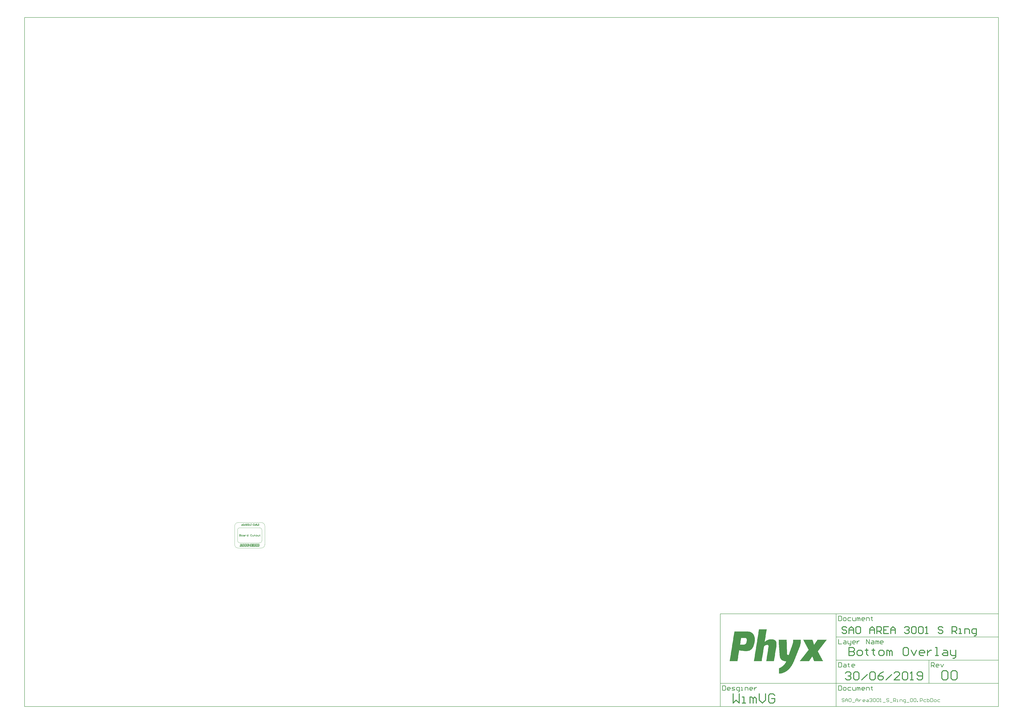
<source format=gbo>
G04*
G04 #@! TF.GenerationSoftware,Altium Limited,Altium Designer,18.1.11 (251)*
G04*
G04 Layer_Color=32896*
%FSLAX25Y25*%
%MOIN*%
G70*
G01*
G75*
%ADD10C,0.01575*%
%ADD11C,0.00394*%
%ADD12C,0.00591*%
%ADD13C,0.00787*%
%ADD14C,0.00984*%
G36*
X14833Y41731D02*
X14902Y41718D01*
X14964Y41699D01*
X15017Y41675D01*
X15056Y41649D01*
X15086Y41630D01*
X15105Y41616D01*
X15112Y41610D01*
X15158Y41561D01*
X15191Y41505D01*
X15217Y41452D01*
X15233Y41403D01*
X15243Y41357D01*
X15246Y41324D01*
X15250Y41311D01*
Y41302D01*
Y41295D01*
Y41292D01*
X15243Y41223D01*
X15227Y41161D01*
X15207Y41108D01*
X15181Y41059D01*
X15155Y41023D01*
X15135Y40993D01*
X15118Y40977D01*
X15112Y40970D01*
X15056Y40928D01*
X14997Y40895D01*
X14938Y40875D01*
X14882Y40859D01*
X14830Y40849D01*
X14810Y40846D01*
X14790D01*
X14774Y40842D01*
X14754D01*
X14676Y40849D01*
X14603Y40862D01*
X14541Y40885D01*
X14489Y40908D01*
X14449Y40931D01*
X14420Y40954D01*
X14400Y40967D01*
X14393Y40974D01*
X14348Y41026D01*
X14315Y41082D01*
X14289Y41138D01*
X14272Y41190D01*
X14262Y41236D01*
X14259Y41272D01*
X14256Y41285D01*
Y41295D01*
Y41302D01*
Y41305D01*
X14262Y41370D01*
X14279Y41433D01*
X14298Y41485D01*
X14325Y41528D01*
X14351Y41564D01*
X14371Y41590D01*
X14387Y41607D01*
X14393Y41613D01*
X14449Y41656D01*
X14508Y41685D01*
X14567Y41708D01*
X14626Y41721D01*
X14676Y41731D01*
X14699Y41734D01*
X14718D01*
X14731Y41738D01*
X14754D01*
X14833Y41731D01*
D02*
G37*
G36*
X18700Y37697D02*
X17933D01*
Y38015D01*
X17874Y37953D01*
X17811Y37897D01*
X17742Y37848D01*
X17673Y37808D01*
X17601Y37772D01*
X17529Y37746D01*
X17457Y37720D01*
X17388Y37703D01*
X17323Y37687D01*
X17264Y37677D01*
X17208Y37667D01*
X17162Y37664D01*
X17122Y37661D01*
X17093Y37657D01*
X17067D01*
X16995Y37661D01*
X16926Y37664D01*
X16794Y37684D01*
X16732Y37697D01*
X16673Y37713D01*
X16621Y37730D01*
X16571Y37746D01*
X16525Y37759D01*
X16486Y37776D01*
X16450Y37792D01*
X16421Y37805D01*
X16398Y37815D01*
X16378Y37825D01*
X16368Y37828D01*
X16365Y37831D01*
X16306Y37867D01*
X16253Y37903D01*
X16201Y37943D01*
X16155Y37986D01*
X16109Y38025D01*
X16070Y38067D01*
X16034Y38107D01*
X15997Y38146D01*
X15968Y38186D01*
X15942Y38218D01*
X15922Y38251D01*
X15902Y38277D01*
X15889Y38300D01*
X15879Y38317D01*
X15873Y38327D01*
X15869Y38330D01*
X15837Y38392D01*
X15811Y38454D01*
X15784Y38517D01*
X15765Y38583D01*
X15732Y38707D01*
X15722Y38766D01*
X15712Y38825D01*
X15706Y38878D01*
X15699Y38927D01*
X15696Y38969D01*
X15692Y39006D01*
X15689Y39035D01*
Y39058D01*
Y39075D01*
Y39078D01*
X15692Y39156D01*
X15696Y39232D01*
X15706Y39304D01*
X15719Y39373D01*
X15732Y39439D01*
X15745Y39501D01*
X15761Y39557D01*
X15778Y39609D01*
X15797Y39658D01*
X15814Y39698D01*
X15827Y39737D01*
X15840Y39766D01*
X15853Y39790D01*
X15863Y39809D01*
X15866Y39819D01*
X15869Y39822D01*
X15906Y39881D01*
X15942Y39937D01*
X15981Y39986D01*
X16024Y40036D01*
X16063Y40081D01*
X16106Y40121D01*
X16145Y40160D01*
X16184Y40193D01*
X16220Y40222D01*
X16256Y40249D01*
X16286Y40272D01*
X16312Y40288D01*
X16335Y40301D01*
X16352Y40314D01*
X16362Y40318D01*
X16365Y40321D01*
X16424Y40354D01*
X16486Y40380D01*
X16545Y40406D01*
X16608Y40426D01*
X16726Y40459D01*
X16781Y40468D01*
X16834Y40478D01*
X16883Y40485D01*
X16929Y40491D01*
X16968Y40495D01*
X17001Y40498D01*
X17027Y40501D01*
X17067D01*
X17162Y40498D01*
X17254Y40488D01*
X17339Y40472D01*
X17418Y40449D01*
X17493Y40422D01*
X17562Y40396D01*
X17624Y40367D01*
X17680Y40334D01*
X17729Y40304D01*
X17772Y40272D01*
X17811Y40245D01*
X17841Y40219D01*
X17864Y40196D01*
X17883Y40180D01*
X17893Y40170D01*
X17897Y40167D01*
Y41505D01*
X18700D01*
Y37697D01*
D02*
G37*
G36*
X23683Y41348D02*
X23778Y41341D01*
X23873Y41331D01*
X23961Y41315D01*
X24043Y41298D01*
X24122Y41279D01*
X24197Y41259D01*
X24263Y41239D01*
X24325Y41216D01*
X24378Y41197D01*
X24427Y41177D01*
X24466Y41161D01*
X24496Y41144D01*
X24519Y41134D01*
X24535Y41128D01*
X24539Y41124D01*
X24614Y41082D01*
X24686Y41033D01*
X24752Y40980D01*
X24814Y40928D01*
X24870Y40872D01*
X24926Y40816D01*
X24972Y40764D01*
X25017Y40711D01*
X25057Y40659D01*
X25090Y40613D01*
X25119Y40570D01*
X25142Y40534D01*
X25162Y40505D01*
X25175Y40482D01*
X25181Y40468D01*
X25185Y40462D01*
X25224Y40380D01*
X25260Y40291D01*
X25290Y40203D01*
X25316Y40114D01*
X25339Y40026D01*
X25359Y39940D01*
X25375Y39855D01*
X25385Y39776D01*
X25395Y39701D01*
X25401Y39632D01*
X25408Y39570D01*
X25411Y39517D01*
X25414Y39475D01*
Y39442D01*
Y39432D01*
Y39422D01*
Y39419D01*
Y39416D01*
X25411Y39261D01*
X25395Y39114D01*
X25375Y38976D01*
X25349Y38848D01*
X25316Y38730D01*
X25280Y38622D01*
X25240Y38523D01*
X25201Y38435D01*
X25162Y38356D01*
X25122Y38287D01*
X25086Y38232D01*
X25054Y38182D01*
X25027Y38146D01*
X25008Y38120D01*
X24991Y38104D01*
X24988Y38097D01*
X24906Y38015D01*
X24814Y37946D01*
X24719Y37884D01*
X24624Y37831D01*
X24525Y37789D01*
X24427Y37749D01*
X24332Y37720D01*
X24237Y37697D01*
X24148Y37677D01*
X24069Y37661D01*
X23994Y37651D01*
X23932Y37644D01*
X23879Y37641D01*
X23860D01*
X23840Y37638D01*
X23807D01*
X23735Y37641D01*
X23669Y37644D01*
X23538Y37661D01*
X23479Y37671D01*
X23423Y37684D01*
X23368Y37697D01*
X23318Y37710D01*
X23276Y37723D01*
X23236Y37736D01*
X23200Y37749D01*
X23171Y37759D01*
X23148Y37769D01*
X23131Y37776D01*
X23122Y37782D01*
X23118D01*
X23007Y37841D01*
X22958Y37874D01*
X22908Y37907D01*
X22866Y37943D01*
X22826Y37979D01*
X22790Y38012D01*
X22754Y38045D01*
X22725Y38077D01*
X22698Y38104D01*
X22679Y38130D01*
X22659Y38153D01*
X22646Y38172D01*
X22636Y38186D01*
X22630Y38195D01*
X22626Y38199D01*
X22593Y38251D01*
X22567Y38304D01*
X22541Y38359D01*
X22521Y38412D01*
X22489Y38520D01*
X22469Y38618D01*
X22462Y38661D01*
X22456Y38704D01*
X22453Y38740D01*
X22449Y38773D01*
X22446Y38796D01*
Y38815D01*
Y38828D01*
Y38832D01*
X22449Y38894D01*
X22453Y38953D01*
X22472Y39061D01*
X22485Y39114D01*
X22498Y39163D01*
X22512Y39206D01*
X22528Y39248D01*
X22544Y39284D01*
X22557Y39317D01*
X22571Y39347D01*
X22584Y39370D01*
X22593Y39389D01*
X22603Y39406D01*
X22607Y39412D01*
X22610Y39416D01*
X22675Y39507D01*
X22748Y39586D01*
X22823Y39652D01*
X22895Y39707D01*
X22961Y39753D01*
X22987Y39770D01*
X23013Y39783D01*
X23033Y39796D01*
X23046Y39803D01*
X23056Y39809D01*
X23059D01*
X23112Y39835D01*
X23167Y39855D01*
X23276Y39891D01*
X23381Y39917D01*
X23430Y39924D01*
X23479Y39934D01*
X23522Y39937D01*
X23561Y39944D01*
X23597Y39947D01*
X23627D01*
X23653Y39950D01*
X23686D01*
X23791Y39947D01*
X23889Y39937D01*
X23981Y39921D01*
X24066Y39901D01*
X24145Y39878D01*
X24217Y39849D01*
X24283Y39822D01*
X24345Y39793D01*
X24397Y39760D01*
X24443Y39734D01*
X24483Y39707D01*
X24516Y39681D01*
X24542Y39662D01*
X24558Y39645D01*
X24571Y39635D01*
X24575Y39632D01*
X24568Y39724D01*
X24555Y39812D01*
X24539Y39891D01*
X24519Y39967D01*
X24496Y40036D01*
X24473Y40101D01*
X24447Y40157D01*
X24420Y40209D01*
X24397Y40255D01*
X24371Y40295D01*
X24348Y40331D01*
X24329Y40357D01*
X24309Y40380D01*
X24296Y40393D01*
X24289Y40403D01*
X24286Y40406D01*
X24234Y40452D01*
X24178Y40495D01*
X24119Y40531D01*
X24060Y40560D01*
X23997Y40587D01*
X23938Y40609D01*
X23879Y40626D01*
X23823Y40642D01*
X23768Y40652D01*
X23719Y40662D01*
X23676Y40668D01*
X23637Y40672D01*
X23604D01*
X23581Y40675D01*
X23561D01*
X23486Y40672D01*
X23417Y40668D01*
X23348Y40659D01*
X23286Y40646D01*
X23223Y40633D01*
X23171Y40619D01*
X23118Y40603D01*
X23072Y40587D01*
X23030Y40567D01*
X22994Y40551D01*
X22964Y40537D01*
X22938Y40524D01*
X22915Y40511D01*
X22902Y40501D01*
X22892Y40498D01*
X22889Y40495D01*
X22580Y41105D01*
X22652Y41147D01*
X22728Y41184D01*
X22803Y41213D01*
X22872Y41239D01*
X22935Y41259D01*
X22961Y41269D01*
X22984Y41275D01*
X23004Y41279D01*
X23017Y41282D01*
X23027Y41285D01*
X23030D01*
X23128Y41308D01*
X23227Y41324D01*
X23322Y41334D01*
X23404Y41344D01*
X23443D01*
X23476Y41348D01*
X23505D01*
X23532Y41351D01*
X23581D01*
X23683Y41348D01*
D02*
G37*
G36*
X21016Y41344D02*
X21147Y41328D01*
X21206Y41318D01*
X21265Y41305D01*
X21318Y41292D01*
X21367Y41279D01*
X21413Y41262D01*
X21452Y41249D01*
X21485Y41236D01*
X21514Y41226D01*
X21537Y41216D01*
X21557Y41210D01*
X21567Y41206D01*
X21570Y41203D01*
X21682Y41144D01*
X21731Y41111D01*
X21777Y41078D01*
X21823Y41043D01*
X21862Y41010D01*
X21898Y40974D01*
X21934Y40941D01*
X21964Y40908D01*
X21990Y40882D01*
X22010Y40856D01*
X22029Y40832D01*
X22042Y40813D01*
X22052Y40800D01*
X22059Y40790D01*
X22062Y40787D01*
X22092Y40734D01*
X22121Y40682D01*
X22144Y40626D01*
X22164Y40573D01*
X22197Y40468D01*
X22216Y40370D01*
X22223Y40324D01*
X22229Y40285D01*
X22233Y40249D01*
X22236Y40216D01*
X22239Y40193D01*
Y40173D01*
Y40160D01*
Y40157D01*
X22236Y40095D01*
X22233Y40036D01*
X22213Y39924D01*
X22200Y39871D01*
X22187Y39822D01*
X22174Y39776D01*
X22157Y39737D01*
X22141Y39698D01*
X22128Y39665D01*
X22115Y39635D01*
X22102Y39612D01*
X22092Y39593D01*
X22082Y39580D01*
X22079Y39570D01*
X22075Y39566D01*
X22010Y39478D01*
X21937Y39399D01*
X21862Y39330D01*
X21790Y39274D01*
X21728Y39232D01*
X21698Y39212D01*
X21675Y39199D01*
X21655Y39189D01*
X21642Y39179D01*
X21632Y39176D01*
X21629Y39173D01*
X21521Y39127D01*
X21413Y39094D01*
X21308Y39068D01*
X21259Y39061D01*
X21209Y39051D01*
X21167Y39048D01*
X21127Y39042D01*
X21091Y39038D01*
X21062D01*
X21035Y39035D01*
X21003D01*
X20898Y39038D01*
X20799Y39048D01*
X20707Y39065D01*
X20622Y39088D01*
X20543Y39110D01*
X20468Y39137D01*
X20403Y39166D01*
X20340Y39199D01*
X20288Y39229D01*
X20238Y39258D01*
X20199Y39284D01*
X20166Y39311D01*
X20140Y39330D01*
X20124Y39347D01*
X20111Y39356D01*
X20107Y39360D01*
X20114Y39268D01*
X20127Y39179D01*
X20143Y39101D01*
X20163Y39022D01*
X20183Y38953D01*
X20209Y38891D01*
X20235Y38832D01*
X20261Y38779D01*
X20284Y38733D01*
X20311Y38691D01*
X20334Y38658D01*
X20353Y38628D01*
X20370Y38609D01*
X20383Y38592D01*
X20393Y38583D01*
X20396Y38579D01*
X20448Y38533D01*
X20504Y38491D01*
X20560Y38454D01*
X20622Y38425D01*
X20681Y38399D01*
X20740Y38376D01*
X20799Y38359D01*
X20858Y38343D01*
X20911Y38333D01*
X20960Y38323D01*
X21006Y38320D01*
X21045Y38313D01*
X21078D01*
X21101Y38310D01*
X21121D01*
X21196Y38313D01*
X21268Y38317D01*
X21334Y38327D01*
X21400Y38340D01*
X21459Y38353D01*
X21514Y38366D01*
X21564Y38382D01*
X21610Y38402D01*
X21652Y38418D01*
X21688Y38435D01*
X21721Y38448D01*
X21747Y38461D01*
X21767Y38474D01*
X21780Y38484D01*
X21790Y38487D01*
X21793Y38491D01*
X22102Y37881D01*
X22029Y37838D01*
X21954Y37802D01*
X21879Y37772D01*
X21810Y37746D01*
X21747Y37726D01*
X21721Y37720D01*
X21698Y37713D01*
X21682Y37707D01*
X21668Y37703D01*
X21659Y37700D01*
X21655D01*
X21557Y37681D01*
X21459Y37664D01*
X21367Y37654D01*
X21282Y37644D01*
X21242D01*
X21209Y37641D01*
X21180D01*
X21154Y37638D01*
X21104D01*
X21003Y37641D01*
X20908Y37648D01*
X20812Y37657D01*
X20724Y37674D01*
X20639Y37690D01*
X20560Y37710D01*
X20488Y37730D01*
X20419Y37749D01*
X20360Y37769D01*
X20304Y37792D01*
X20255Y37808D01*
X20215Y37825D01*
X20186Y37841D01*
X20163Y37851D01*
X20147Y37858D01*
X20143Y37861D01*
X20068Y37907D01*
X19996Y37956D01*
X19930Y38005D01*
X19868Y38061D01*
X19809Y38113D01*
X19756Y38169D01*
X19710Y38225D01*
X19665Y38277D01*
X19628Y38327D01*
X19592Y38372D01*
X19566Y38415D01*
X19543Y38451D01*
X19523Y38481D01*
X19510Y38504D01*
X19504Y38520D01*
X19500Y38523D01*
X19461Y38609D01*
X19425Y38694D01*
X19396Y38783D01*
X19366Y38871D01*
X19346Y38960D01*
X19327Y39045D01*
X19310Y39130D01*
X19300Y39209D01*
X19290Y39284D01*
X19284Y39353D01*
X19277Y39416D01*
X19274Y39468D01*
X19271Y39511D01*
Y39544D01*
Y39553D01*
Y39563D01*
Y39566D01*
Y39570D01*
X19274Y39727D01*
X19290Y39875D01*
X19310Y40012D01*
X19336Y40140D01*
X19369Y40258D01*
X19405Y40367D01*
X19445Y40465D01*
X19484Y40554D01*
X19523Y40633D01*
X19563Y40701D01*
X19599Y40760D01*
X19632Y40806D01*
X19658Y40842D01*
X19678Y40872D01*
X19694Y40885D01*
X19697Y40892D01*
X19779Y40974D01*
X19871Y41043D01*
X19963Y41105D01*
X20061Y41157D01*
X20160Y41203D01*
X20258Y41239D01*
X20353Y41269D01*
X20448Y41295D01*
X20537Y41311D01*
X20616Y41328D01*
X20691Y41338D01*
X20753Y41344D01*
X20806Y41348D01*
X20826D01*
X20845Y41351D01*
X20947D01*
X21016Y41344D01*
D02*
G37*
G36*
X38744Y37697D02*
X37895D01*
X37576Y38464D01*
X35907D01*
X35586Y37697D01*
X34713D01*
X36320Y41292D01*
X37144D01*
X38744Y37697D01*
D02*
G37*
G36*
X28940Y40623D02*
X28219D01*
Y37697D01*
X27389D01*
Y41292D01*
X28940D01*
Y40623D01*
D02*
G37*
G36*
X15155Y37697D02*
X14351D01*
Y40459D01*
X15155D01*
Y37697D01*
D02*
G37*
G36*
X26362Y38645D02*
X26431Y38628D01*
X26493Y38609D01*
X26546Y38583D01*
X26588Y38556D01*
X26618Y38537D01*
X26638Y38520D01*
X26641Y38517D01*
X26644Y38514D01*
X26671Y38487D01*
X26690Y38461D01*
X26726Y38402D01*
X26749Y38343D01*
X26769Y38284D01*
X26779Y38235D01*
X26782Y38212D01*
Y38192D01*
X26785Y38179D01*
Y38166D01*
Y38159D01*
Y38156D01*
X26782Y38117D01*
X26779Y38081D01*
X26762Y38012D01*
X26739Y37949D01*
X26713Y37897D01*
X26690Y37854D01*
X26667Y37825D01*
X26651Y37805D01*
X26644Y37802D01*
Y37799D01*
X26615Y37772D01*
X26588Y37753D01*
X26526Y37716D01*
X26467Y37694D01*
X26411Y37674D01*
X26362Y37664D01*
X26339Y37661D01*
X26323D01*
X26307Y37657D01*
X26287D01*
X26247Y37661D01*
X26211Y37664D01*
X26142Y37681D01*
X26083Y37703D01*
X26031Y37730D01*
X25988Y37753D01*
X25959Y37776D01*
X25939Y37792D01*
X25932Y37799D01*
X25906Y37828D01*
X25883Y37854D01*
X25850Y37917D01*
X25824Y37976D01*
X25805Y38031D01*
X25795Y38081D01*
X25791Y38104D01*
Y38120D01*
X25788Y38136D01*
Y38146D01*
Y38153D01*
Y38156D01*
Y38195D01*
X25795Y38235D01*
X25811Y38307D01*
X25834Y38366D01*
X25860Y38418D01*
X25887Y38458D01*
X25910Y38491D01*
X25926Y38507D01*
X25929Y38514D01*
X25932D01*
X25988Y38559D01*
X26047Y38592D01*
X26106Y38618D01*
X26162Y38635D01*
X26211Y38645D01*
X26234Y38648D01*
X26251D01*
X26267Y38651D01*
X26287D01*
X26362Y38645D01*
D02*
G37*
G36*
X12672Y40498D02*
X12740Y40491D01*
X12803Y40485D01*
X12865Y40475D01*
X12921Y40465D01*
X12973Y40455D01*
X13019Y40446D01*
X13065Y40432D01*
X13101Y40422D01*
X13137Y40413D01*
X13163Y40406D01*
X13186Y40396D01*
X13203Y40393D01*
X13213Y40386D01*
X13216D01*
X13318Y40341D01*
X13406Y40291D01*
X13446Y40265D01*
X13482Y40239D01*
X13514Y40213D01*
X13544Y40186D01*
X13570Y40163D01*
X13593Y40140D01*
X13613Y40121D01*
X13629Y40104D01*
X13642Y40091D01*
X13652Y40081D01*
X13656Y40075D01*
X13659Y40072D01*
X13685Y40032D01*
X13708Y39993D01*
X13747Y39914D01*
X13774Y39835D01*
X13790Y39763D01*
X13796Y39731D01*
X13803Y39701D01*
X13806Y39671D01*
Y39652D01*
X13810Y39632D01*
Y39619D01*
Y39609D01*
Y39606D01*
X13806Y39550D01*
X13803Y39494D01*
X13793Y39445D01*
X13783Y39399D01*
X13774Y39356D01*
X13757Y39317D01*
X13744Y39281D01*
X13728Y39248D01*
X13714Y39219D01*
X13698Y39193D01*
X13685Y39173D01*
X13675Y39156D01*
X13662Y39140D01*
X13656Y39130D01*
X13652Y39127D01*
X13649Y39124D01*
X13587Y39065D01*
X13521Y39015D01*
X13455Y38973D01*
X13396Y38940D01*
X13344Y38914D01*
X13321Y38904D01*
X13301Y38897D01*
X13285Y38891D01*
X13275Y38888D01*
X13269Y38884D01*
X13265D01*
X13177Y38861D01*
X13085Y38838D01*
X12990Y38819D01*
X12901Y38802D01*
X12862Y38796D01*
X12822Y38789D01*
X12790Y38783D01*
X12760Y38779D01*
X12737Y38776D01*
X12721Y38773D01*
X12708Y38769D01*
X12704D01*
X12652Y38763D01*
X12603Y38756D01*
X12557Y38746D01*
X12517Y38740D01*
X12478Y38733D01*
X12442Y38727D01*
X12412Y38717D01*
X12383Y38710D01*
X12357Y38704D01*
X12337Y38701D01*
X12317Y38694D01*
X12304Y38691D01*
X12291Y38687D01*
X12285Y38684D01*
X12278Y38681D01*
X12232Y38661D01*
X12199Y38635D01*
X12173Y38605D01*
X12157Y38579D01*
X12147Y38553D01*
X12143Y38533D01*
X12140Y38520D01*
Y38514D01*
X12147Y38468D01*
X12163Y38432D01*
X12186Y38396D01*
X12219Y38369D01*
X12258Y38343D01*
X12301Y38323D01*
X12347Y38307D01*
X12393Y38294D01*
X12488Y38274D01*
X12530Y38268D01*
X12570Y38264D01*
X12603D01*
X12626Y38261D01*
X12649D01*
X12744Y38264D01*
X12835Y38271D01*
X12921Y38284D01*
X13000Y38297D01*
X13036Y38304D01*
X13068Y38310D01*
X13095Y38317D01*
X13118Y38323D01*
X13137Y38327D01*
X13150Y38330D01*
X13160Y38333D01*
X13163D01*
X13255Y38363D01*
X13344Y38396D01*
X13419Y38428D01*
X13485Y38458D01*
X13511Y38471D01*
X13537Y38484D01*
X13557Y38497D01*
X13577Y38507D01*
X13590Y38517D01*
X13600Y38520D01*
X13606Y38527D01*
X13610D01*
X13875Y37953D01*
X13796Y37907D01*
X13711Y37864D01*
X13626Y37828D01*
X13541Y37799D01*
X13505Y37785D01*
X13468Y37772D01*
X13436Y37762D01*
X13409Y37756D01*
X13386Y37749D01*
X13367Y37743D01*
X13357Y37740D01*
X13354D01*
X13229Y37713D01*
X13108Y37694D01*
X12993Y37677D01*
X12941Y37671D01*
X12891Y37667D01*
X12845Y37664D01*
X12806Y37661D01*
X12767D01*
X12737Y37657D01*
X12678D01*
X12534Y37661D01*
X12465Y37667D01*
X12399Y37674D01*
X12337Y37684D01*
X12281Y37690D01*
X12225Y37700D01*
X12176Y37713D01*
X12134Y37723D01*
X12094Y37733D01*
X12061Y37740D01*
X12032Y37749D01*
X12009Y37756D01*
X11992Y37762D01*
X11983Y37766D01*
X11979D01*
X11924Y37789D01*
X11874Y37812D01*
X11829Y37835D01*
X11783Y37861D01*
X11743Y37884D01*
X11707Y37910D01*
X11671Y37936D01*
X11642Y37959D01*
X11615Y37982D01*
X11592Y38005D01*
X11573Y38025D01*
X11560Y38041D01*
X11547Y38054D01*
X11537Y38064D01*
X11533Y38071D01*
X11530Y38074D01*
X11504Y38113D01*
X11478Y38153D01*
X11441Y38232D01*
X11412Y38307D01*
X11396Y38379D01*
X11383Y38441D01*
X11379Y38468D01*
Y38491D01*
X11376Y38507D01*
Y38523D01*
Y38530D01*
Y38533D01*
X11379Y38589D01*
X11383Y38642D01*
X11389Y38687D01*
X11402Y38733D01*
X11412Y38776D01*
X11425Y38815D01*
X11441Y38851D01*
X11455Y38884D01*
X11471Y38910D01*
X11484Y38937D01*
X11501Y38956D01*
X11510Y38973D01*
X11520Y38989D01*
X11530Y38999D01*
X11533Y39002D01*
X11537Y39006D01*
X11599Y39065D01*
X11661Y39114D01*
X11724Y39153D01*
X11783Y39186D01*
X11835Y39209D01*
X11855Y39219D01*
X11874Y39225D01*
X11891Y39232D01*
X11901Y39235D01*
X11907Y39238D01*
X11911D01*
X11996Y39261D01*
X12088Y39284D01*
X12179Y39307D01*
X12268Y39324D01*
X12307Y39330D01*
X12347Y39340D01*
X12380Y39343D01*
X12409Y39350D01*
X12432Y39353D01*
X12449Y39356D01*
X12462Y39360D01*
X12465D01*
X12521Y39370D01*
X12570Y39376D01*
X12616Y39386D01*
X12662Y39393D01*
X12701Y39402D01*
X12737Y39409D01*
X12770Y39419D01*
X12796Y39425D01*
X12822Y39432D01*
X12845Y39439D01*
X12862Y39442D01*
X12878Y39445D01*
X12888Y39452D01*
X12898D01*
X12901Y39455D01*
X12904D01*
X12950Y39478D01*
X12983Y39504D01*
X13009Y39534D01*
X13026Y39566D01*
X13036Y39593D01*
X13039Y39616D01*
X13042Y39629D01*
Y39635D01*
X13036Y39678D01*
X13023Y39714D01*
X13003Y39744D01*
X12977Y39773D01*
X12954Y39793D01*
X12934Y39809D01*
X12921Y39819D01*
X12914Y39822D01*
X12862Y39845D01*
X12799Y39865D01*
X12737Y39878D01*
X12675Y39885D01*
X12619Y39891D01*
X12593D01*
X12573Y39894D01*
X12530D01*
X12449Y39891D01*
X12373Y39885D01*
X12298Y39875D01*
X12222Y39862D01*
X12153Y39845D01*
X12088Y39829D01*
X12025Y39809D01*
X11970Y39793D01*
X11917Y39773D01*
X11871Y39753D01*
X11832Y39737D01*
X11796Y39721D01*
X11769Y39707D01*
X11750Y39698D01*
X11737Y39691D01*
X11733Y39688D01*
X11468Y40258D01*
X11543Y40298D01*
X11622Y40334D01*
X11704Y40363D01*
X11779Y40390D01*
X11815Y40400D01*
X11848Y40409D01*
X11878Y40416D01*
X11901Y40422D01*
X11920Y40429D01*
X11937Y40432D01*
X11947Y40436D01*
X11950D01*
X12058Y40459D01*
X12163Y40475D01*
X12262Y40485D01*
X12307Y40488D01*
X12347Y40495D01*
X12386D01*
X12422Y40498D01*
X12455D01*
X12481Y40501D01*
X12530D01*
X12672Y40498D01*
D02*
G37*
G36*
X40424Y41344D02*
X40506Y41338D01*
X40584Y41328D01*
X40657Y41318D01*
X40725Y41305D01*
X40791Y41292D01*
X40847Y41279D01*
X40899Y41262D01*
X40945Y41249D01*
X40984Y41236D01*
X41017Y41226D01*
X41043Y41216D01*
X41063Y41210D01*
X41076Y41206D01*
X41080Y41203D01*
X41142Y41174D01*
X41201Y41144D01*
X41253Y41111D01*
X41303Y41078D01*
X41349Y41046D01*
X41391Y41010D01*
X41431Y40977D01*
X41463Y40947D01*
X41493Y40918D01*
X41519Y40888D01*
X41542Y40862D01*
X41559Y40842D01*
X41572Y40826D01*
X41585Y40810D01*
X41588Y40803D01*
X41591Y40800D01*
X41621Y40751D01*
X41647Y40701D01*
X41670Y40652D01*
X41690Y40606D01*
X41719Y40508D01*
X41739Y40422D01*
X41749Y40383D01*
X41752Y40344D01*
X41755Y40314D01*
X41759Y40285D01*
X41762Y40262D01*
Y40245D01*
Y40236D01*
Y40232D01*
X41759Y40167D01*
X41755Y40104D01*
X41745Y40045D01*
X41732Y39990D01*
X41719Y39937D01*
X41703Y39891D01*
X41686Y39849D01*
X41667Y39809D01*
X41650Y39773D01*
X41634Y39744D01*
X41618Y39717D01*
X41604Y39694D01*
X41591Y39678D01*
X41581Y39665D01*
X41578Y39658D01*
X41575Y39655D01*
X41499Y39580D01*
X41424Y39517D01*
X41349Y39461D01*
X41280Y39419D01*
X41217Y39386D01*
X41191Y39373D01*
X41168Y39363D01*
X41152Y39353D01*
X41135Y39347D01*
X41129Y39343D01*
X41126D01*
X41073Y39324D01*
X41021Y39307D01*
X40909Y39271D01*
X40797Y39239D01*
X40689Y39209D01*
X40640Y39196D01*
X40594Y39186D01*
X40555Y39176D01*
X40519Y39166D01*
X40489Y39160D01*
X40470Y39153D01*
X40453Y39150D01*
X40450D01*
X40355Y39127D01*
X40273Y39107D01*
X40200Y39088D01*
X40138Y39068D01*
X40089Y39055D01*
X40073Y39048D01*
X40056Y39045D01*
X40043Y39042D01*
X40033Y39038D01*
X40030Y39035D01*
X40027D01*
X39971Y39015D01*
X39922Y38993D01*
X39876Y38969D01*
X39840Y38950D01*
X39810Y38930D01*
X39787Y38914D01*
X39774Y38904D01*
X39771Y38901D01*
X39738Y38868D01*
X39712Y38832D01*
X39695Y38796D01*
X39682Y38763D01*
X39676Y38733D01*
X39669Y38710D01*
Y38694D01*
Y38687D01*
X39672Y38655D01*
X39676Y38625D01*
X39695Y38569D01*
X39722Y38523D01*
X39755Y38481D01*
X39787Y38448D01*
X39814Y38425D01*
X39833Y38412D01*
X39836Y38405D01*
X39840D01*
X39873Y38386D01*
X39912Y38369D01*
X39994Y38346D01*
X40079Y38327D01*
X40165Y38313D01*
X40207Y38310D01*
X40243Y38307D01*
X40276Y38304D01*
X40306D01*
X40332Y38300D01*
X40365D01*
X40483Y38304D01*
X40597Y38317D01*
X40706Y38333D01*
X40755Y38343D01*
X40801Y38353D01*
X40843Y38359D01*
X40883Y38369D01*
X40919Y38379D01*
X40945Y38386D01*
X40968Y38392D01*
X40988Y38399D01*
X40998Y38402D01*
X41001D01*
X41116Y38445D01*
X41221Y38491D01*
X41270Y38514D01*
X41316Y38537D01*
X41358Y38556D01*
X41394Y38579D01*
X41431Y38599D01*
X41460Y38618D01*
X41490Y38635D01*
X41509Y38648D01*
X41529Y38661D01*
X41542Y38671D01*
X41549Y38674D01*
X41552Y38678D01*
X41834Y38051D01*
X41788Y38018D01*
X41736Y37986D01*
X41631Y37926D01*
X41526Y37874D01*
X41424Y37831D01*
X41375Y37812D01*
X41332Y37795D01*
X41293Y37782D01*
X41260Y37769D01*
X41234Y37762D01*
X41211Y37756D01*
X41198Y37749D01*
X41194D01*
X41043Y37713D01*
X40896Y37684D01*
X40824Y37674D01*
X40758Y37664D01*
X40692Y37657D01*
X40630Y37651D01*
X40574Y37648D01*
X40525Y37644D01*
X40479Y37641D01*
X40440D01*
X40411Y37638D01*
X40368D01*
X40276Y37641D01*
X40191Y37644D01*
X40109Y37651D01*
X40030Y37661D01*
X39955Y37671D01*
X39886Y37684D01*
X39823Y37697D01*
X39764Y37713D01*
X39712Y37726D01*
X39666Y37740D01*
X39627Y37753D01*
X39594Y37762D01*
X39568Y37772D01*
X39548Y37779D01*
X39535Y37785D01*
X39531D01*
X39469Y37815D01*
X39410Y37844D01*
X39354Y37877D01*
X39305Y37910D01*
X39259Y37943D01*
X39217Y37976D01*
X39180Y38008D01*
X39144Y38041D01*
X39115Y38071D01*
X39089Y38097D01*
X39066Y38123D01*
X39049Y38143D01*
X39033Y38163D01*
X39023Y38176D01*
X39020Y38182D01*
X39017Y38186D01*
X38987Y38235D01*
X38957Y38284D01*
X38934Y38333D01*
X38915Y38382D01*
X38885Y38478D01*
X38866Y38563D01*
X38856Y38602D01*
X38853Y38638D01*
X38849Y38671D01*
X38846Y38697D01*
X38843Y38720D01*
Y38737D01*
Y38746D01*
Y38750D01*
X38846Y38815D01*
X38849Y38878D01*
X38859Y38933D01*
X38872Y38989D01*
X38885Y39038D01*
X38902Y39088D01*
X38921Y39130D01*
X38938Y39166D01*
X38954Y39202D01*
X38974Y39232D01*
X38990Y39258D01*
X39003Y39278D01*
X39017Y39294D01*
X39023Y39307D01*
X39030Y39314D01*
X39033Y39317D01*
X39105Y39393D01*
X39180Y39455D01*
X39256Y39507D01*
X39328Y39550D01*
X39390Y39583D01*
X39417Y39596D01*
X39440Y39606D01*
X39456Y39616D01*
X39469Y39622D01*
X39479Y39625D01*
X39482D01*
X39531Y39645D01*
X39584Y39662D01*
X39695Y39698D01*
X39810Y39731D01*
X39915Y39760D01*
X39964Y39773D01*
X40010Y39786D01*
X40050Y39796D01*
X40086Y39806D01*
X40115Y39812D01*
X40135Y39819D01*
X40151Y39822D01*
X40155D01*
X40227Y39839D01*
X40292Y39855D01*
X40355Y39871D01*
X40414Y39885D01*
X40466Y39901D01*
X40512Y39914D01*
X40558Y39927D01*
X40594Y39940D01*
X40630Y39954D01*
X40660Y39963D01*
X40686Y39973D01*
X40706Y39980D01*
X40722Y39986D01*
X40732Y39993D01*
X40738Y39996D01*
X40742D01*
X40775Y40016D01*
X40804Y40036D01*
X40830Y40055D01*
X40853Y40078D01*
X40873Y40101D01*
X40889Y40124D01*
X40912Y40170D01*
X40925Y40213D01*
X40932Y40245D01*
X40935Y40258D01*
Y40268D01*
Y40272D01*
Y40275D01*
X40932Y40308D01*
X40929Y40341D01*
X40909Y40400D01*
X40883Y40449D01*
X40850Y40491D01*
X40821Y40524D01*
X40794Y40551D01*
X40775Y40564D01*
X40771Y40570D01*
X40768D01*
X40735Y40590D01*
X40699Y40609D01*
X40617Y40636D01*
X40532Y40655D01*
X40447Y40672D01*
X40407Y40675D01*
X40371Y40678D01*
X40335Y40682D01*
X40306D01*
X40282Y40685D01*
X40250D01*
X40158Y40682D01*
X40063Y40672D01*
X39974Y40659D01*
X39882Y40642D01*
X39797Y40619D01*
X39715Y40596D01*
X39640Y40570D01*
X39564Y40544D01*
X39499Y40518D01*
X39440Y40491D01*
X39387Y40468D01*
X39341Y40446D01*
X39305Y40429D01*
X39279Y40416D01*
X39263Y40406D01*
X39256Y40403D01*
X38997Y41033D01*
X39092Y41088D01*
X39190Y41134D01*
X39289Y41174D01*
X39377Y41210D01*
X39420Y41223D01*
X39456Y41236D01*
X39489Y41246D01*
X39518Y41252D01*
X39541Y41259D01*
X39558Y41265D01*
X39571Y41269D01*
X39574D01*
X39695Y41295D01*
X39817Y41315D01*
X39932Y41331D01*
X39984Y41338D01*
X40033Y41341D01*
X40079Y41344D01*
X40119Y41348D01*
X40158D01*
X40187Y41351D01*
X40338D01*
X40424Y41344D01*
D02*
G37*
G36*
X32699Y41348D02*
X32801Y41341D01*
X32896Y41328D01*
X32991Y41311D01*
X33080Y41295D01*
X33162Y41275D01*
X33237Y41252D01*
X33309Y41229D01*
X33375Y41206D01*
X33434Y41184D01*
X33483Y41164D01*
X33526Y41147D01*
X33559Y41131D01*
X33585Y41118D01*
X33598Y41111D01*
X33604Y41108D01*
X33687Y41062D01*
X33765Y41010D01*
X33837Y40957D01*
X33903Y40905D01*
X33968Y40849D01*
X34024Y40793D01*
X34077Y40741D01*
X34126Y40688D01*
X34169Y40639D01*
X34205Y40593D01*
X34238Y40551D01*
X34264Y40514D01*
X34283Y40485D01*
X34297Y40465D01*
X34306Y40449D01*
X34310Y40446D01*
X34356Y40367D01*
X34392Y40285D01*
X34428Y40200D01*
X34454Y40117D01*
X34480Y40039D01*
X34500Y39960D01*
X34516Y39885D01*
X34529Y39812D01*
X34543Y39744D01*
X34549Y39685D01*
X34556Y39629D01*
X34559Y39583D01*
Y39547D01*
X34562Y39517D01*
Y39501D01*
Y39494D01*
X34559Y39396D01*
X34552Y39301D01*
X34539Y39209D01*
X34523Y39120D01*
X34503Y39038D01*
X34484Y38960D01*
X34461Y38884D01*
X34434Y38819D01*
X34411Y38756D01*
X34388Y38701D01*
X34369Y38655D01*
X34349Y38615D01*
X34333Y38583D01*
X34319Y38559D01*
X34313Y38546D01*
X34310Y38540D01*
X34260Y38464D01*
X34205Y38389D01*
X34149Y38320D01*
X34090Y38258D01*
X34034Y38199D01*
X33975Y38143D01*
X33916Y38094D01*
X33860Y38051D01*
X33808Y38012D01*
X33759Y37976D01*
X33716Y37946D01*
X33680Y37920D01*
X33647Y37903D01*
X33624Y37887D01*
X33611Y37881D01*
X33604Y37877D01*
X33519Y37835D01*
X33431Y37799D01*
X33345Y37766D01*
X33257Y37740D01*
X33171Y37716D01*
X33090Y37697D01*
X33007Y37681D01*
X32932Y37667D01*
X32863Y37657D01*
X32798Y37651D01*
X32742Y37644D01*
X32693Y37641D01*
X32653D01*
X32624Y37638D01*
X32598D01*
X32493Y37641D01*
X32394Y37648D01*
X32296Y37661D01*
X32204Y37674D01*
X32115Y37694D01*
X32033Y37713D01*
X31955Y37736D01*
X31883Y37759D01*
X31820Y37779D01*
X31761Y37802D01*
X31712Y37821D01*
X31669Y37841D01*
X31637Y37854D01*
X31610Y37867D01*
X31597Y37874D01*
X31591Y37877D01*
X31509Y37923D01*
X31430Y37976D01*
X31358Y38028D01*
X31292Y38081D01*
X31227Y38136D01*
X31171Y38192D01*
X31118Y38248D01*
X31069Y38297D01*
X31026Y38346D01*
X30990Y38392D01*
X30957Y38435D01*
X30931Y38471D01*
X30912Y38500D01*
X30898Y38520D01*
X30889Y38537D01*
X30885Y38540D01*
X30839Y38622D01*
X30800Y38704D01*
X30767Y38786D01*
X30738Y38868D01*
X30711Y38950D01*
X30692Y39028D01*
X30675Y39104D01*
X30662Y39176D01*
X30652Y39242D01*
X30643Y39304D01*
X30636Y39360D01*
X30633Y39406D01*
X30630Y39442D01*
Y39471D01*
Y39488D01*
Y39494D01*
X30633Y39593D01*
X30639Y39688D01*
X30652Y39780D01*
X30669Y39865D01*
X30689Y39950D01*
X30711Y40029D01*
X30735Y40101D01*
X30757Y40167D01*
X30780Y40229D01*
X30803Y40285D01*
X30826Y40331D01*
X30846Y40370D01*
X30862Y40403D01*
X30876Y40426D01*
X30882Y40442D01*
X30885Y40446D01*
X30935Y40524D01*
X30990Y40596D01*
X31046Y40665D01*
X31102Y40728D01*
X31161Y40787D01*
X31220Y40842D01*
X31279Y40892D01*
X31335Y40934D01*
X31387Y40977D01*
X31436Y41010D01*
X31479Y41039D01*
X31515Y41065D01*
X31548Y41082D01*
X31571Y41098D01*
X31584Y41105D01*
X31591Y41108D01*
X31676Y41151D01*
X31761Y41187D01*
X31850Y41220D01*
X31935Y41249D01*
X32020Y41272D01*
X32105Y41292D01*
X32184Y41308D01*
X32260Y41321D01*
X32332Y41331D01*
X32397Y41338D01*
X32453Y41344D01*
X32502Y41348D01*
X32542Y41351D01*
X32598D01*
X32699Y41348D01*
D02*
G37*
G36*
X41630Y6538D02*
X42076D01*
Y6102D01*
Y5653D01*
Y5207D01*
Y4761D01*
Y4313D01*
Y3867D01*
Y3423D01*
Y2986D01*
X41630D01*
Y2545D01*
X39853D01*
Y2986D01*
X39404D01*
Y2545D01*
X37627D01*
Y2986D01*
X37618D01*
Y2545D01*
X35841D01*
Y2986D01*
X35392D01*
Y2545D01*
X33615D01*
Y2986D01*
X33606D01*
Y2545D01*
X29603D01*
Y2986D01*
X29594D01*
Y2545D01*
X27817D01*
Y2986D01*
X27368D01*
Y2545D01*
X25591D01*
Y2986D01*
Y3423D01*
Y3867D01*
Y4313D01*
Y4761D01*
Y5207D01*
Y5653D01*
Y6102D01*
X26030D01*
Y6538D01*
X26474D01*
Y6987D01*
X29594D01*
Y6538D01*
X30042D01*
Y6987D01*
X34052D01*
Y6538D01*
Y6102D01*
X34054D01*
Y6538D01*
X34498D01*
Y6987D01*
X38064D01*
Y6538D01*
Y6102D01*
X38066D01*
Y6538D01*
X38510D01*
Y6987D01*
X41630D01*
Y6538D01*
D02*
G37*
G36*
X24314D02*
X24760D01*
Y6102D01*
Y5653D01*
Y5207D01*
X24314D01*
Y4761D01*
X24760D01*
Y4313D01*
Y3867D01*
Y3423D01*
X24314D01*
Y2986D01*
X23868D01*
Y2545D01*
X20751D01*
Y2986D01*
X20312D01*
Y3423D01*
X20302D01*
Y2986D01*
X19856D01*
Y2545D01*
X16739D01*
Y2986D01*
X16300D01*
Y3423D01*
X16290D01*
Y2986D01*
X15844D01*
Y2545D01*
X12727D01*
Y2986D01*
X12278D01*
Y2545D01*
X8715D01*
Y2986D01*
Y3423D01*
Y3867D01*
X9159D01*
Y4313D01*
X9607D01*
Y4761D01*
Y5207D01*
Y5653D01*
Y6102D01*
Y6538D01*
X10053D01*
Y6987D01*
X11832D01*
Y6538D01*
X12278D01*
Y6102D01*
Y5653D01*
Y5207D01*
X11832D01*
Y4761D01*
Y4313D01*
X12288D01*
Y4761D01*
Y5207D01*
Y5653D01*
Y6102D01*
X12727D01*
Y6538D01*
X13171D01*
Y6987D01*
X16290D01*
Y6538D01*
X16736D01*
Y6102D01*
X16739D01*
Y6538D01*
X17183D01*
Y6987D01*
X20302D01*
Y6538D01*
X20749D01*
Y6102D01*
X20751D01*
Y6538D01*
X21194D01*
Y6987D01*
X24314D01*
Y6538D01*
D02*
G37*
G36*
X1005337Y-155808D02*
X1005050D01*
Y-156094D01*
X1004764D01*
Y-156380D01*
Y-156667D01*
X1004478D01*
Y-156953D01*
X1004192D01*
Y-157239D01*
X1003905D01*
Y-157526D01*
Y-157812D01*
X1003619D01*
Y-158098D01*
X1003333D01*
Y-158385D01*
X1003046D01*
Y-158671D01*
X1002760D01*
Y-158957D01*
Y-159244D01*
X1002474D01*
Y-159530D01*
X1002187D01*
Y-159816D01*
X1001901D01*
Y-160102D01*
Y-160389D01*
X1001615D01*
Y-160675D01*
X1001328D01*
Y-160961D01*
X1001042D01*
Y-161248D01*
X1000756D01*
Y-161534D01*
Y-161820D01*
X1000469D01*
Y-162107D01*
X1000183D01*
Y-162393D01*
X999897D01*
Y-162679D01*
Y-162966D01*
X999611D01*
Y-163252D01*
X999324D01*
Y-163538D01*
X999038D01*
Y-163824D01*
Y-164111D01*
X998752D01*
Y-164397D01*
X998465D01*
Y-164683D01*
X998179D01*
Y-164970D01*
X997893D01*
Y-165256D01*
Y-165542D01*
X997606D01*
Y-165829D01*
X997320D01*
Y-166115D01*
X997034D01*
Y-166401D01*
Y-166688D01*
X996747D01*
Y-166974D01*
X996461D01*
Y-167260D01*
X996175D01*
Y-167547D01*
Y-167833D01*
X995889D01*
Y-168119D01*
X995602D01*
Y-168405D01*
X995316D01*
Y-168692D01*
X995030D01*
Y-168978D01*
Y-169264D01*
X994743D01*
Y-169551D01*
X994457D01*
Y-169837D01*
X994171D01*
Y-170123D01*
Y-170410D01*
X993884D01*
Y-170696D01*
X993598D01*
Y-170982D01*
X993312D01*
Y-171269D01*
Y-171555D01*
X993025D01*
Y-171841D01*
X992739D01*
Y-172127D01*
X992453D01*
Y-172414D01*
X992166D01*
Y-172700D01*
Y-172986D01*
X991880D01*
Y-173273D01*
X991594D01*
Y-173559D01*
X991308D01*
Y-173845D01*
Y-174132D01*
X991021D01*
Y-174418D01*
X990735D01*
Y-174704D01*
X990449D01*
Y-174991D01*
X990162D01*
Y-175277D01*
Y-175563D01*
X990449D01*
Y-175850D01*
Y-176136D01*
X990735D01*
Y-176422D01*
Y-176709D01*
X991021D01*
Y-176995D01*
X991308D01*
Y-177281D01*
Y-177568D01*
X991594D01*
Y-177854D01*
Y-178140D01*
X991880D01*
Y-178426D01*
Y-178713D01*
X992166D01*
Y-178999D01*
Y-179285D01*
X992453D01*
Y-179572D01*
Y-179858D01*
X992739D01*
Y-180144D01*
Y-180431D01*
X993025D01*
Y-180717D01*
Y-181003D01*
X993312D01*
Y-181290D01*
Y-181576D01*
X993598D01*
Y-181862D01*
X993884D01*
Y-182149D01*
Y-182435D01*
X994171D01*
Y-182721D01*
Y-183007D01*
X994457D01*
Y-183294D01*
Y-183580D01*
X994743D01*
Y-183866D01*
Y-184153D01*
X995030D01*
Y-184439D01*
Y-184725D01*
X995316D01*
Y-185012D01*
Y-185298D01*
X995602D01*
Y-185584D01*
Y-185871D01*
X995889D01*
Y-186157D01*
X996175D01*
Y-186443D01*
Y-186730D01*
X996461D01*
Y-187016D01*
Y-187302D01*
X996747D01*
Y-187588D01*
Y-187875D01*
X997034D01*
Y-188161D01*
Y-188447D01*
X997320D01*
Y-188734D01*
Y-189020D01*
X997606D01*
Y-189306D01*
Y-189593D01*
X997893D01*
Y-189879D01*
Y-190165D01*
X998179D01*
Y-190452D01*
X998465D01*
Y-190738D01*
Y-191024D01*
X998752D01*
Y-191311D01*
Y-191597D01*
X999038D01*
Y-191883D01*
X983863D01*
Y-191597D01*
X983577D01*
Y-191311D01*
Y-191024D01*
Y-190738D01*
X983291D01*
Y-190452D01*
Y-190165D01*
Y-189879D01*
X983004D01*
Y-189593D01*
Y-189306D01*
X982718D01*
Y-189020D01*
Y-188734D01*
Y-188447D01*
X982432D01*
Y-188161D01*
Y-187875D01*
Y-187588D01*
X982146D01*
Y-187302D01*
Y-187016D01*
X981859D01*
Y-186730D01*
Y-186443D01*
Y-186157D01*
X981573D01*
Y-185871D01*
Y-185584D01*
Y-185298D01*
X981287D01*
Y-185012D01*
Y-184725D01*
Y-184439D01*
X981000D01*
Y-184153D01*
X980428D01*
Y-184439D01*
Y-184725D01*
X980141D01*
Y-185012D01*
X979855D01*
Y-185298D01*
Y-185584D01*
X979569D01*
Y-185871D01*
X979282D01*
Y-186157D01*
Y-186443D01*
X978996D01*
Y-186730D01*
X978710D01*
Y-187016D01*
Y-187302D01*
X978423D01*
Y-187588D01*
X978137D01*
Y-187875D01*
X977851D01*
Y-188161D01*
Y-188447D01*
X977565D01*
Y-188734D01*
X977278D01*
Y-189020D01*
Y-189306D01*
X976992D01*
Y-189593D01*
X976705D01*
Y-189879D01*
Y-190165D01*
X976419D01*
Y-190452D01*
X976133D01*
Y-190738D01*
Y-191024D01*
X975847D01*
Y-191311D01*
X975560D01*
Y-191597D01*
Y-191883D01*
X959527D01*
Y-191597D01*
X959813D01*
Y-191311D01*
X960099D01*
Y-191024D01*
X960386D01*
Y-190738D01*
X960672D01*
Y-190452D01*
Y-190165D01*
X960958D01*
Y-189879D01*
X961245D01*
Y-189593D01*
X961531D01*
Y-189306D01*
X961817D01*
Y-189020D01*
Y-188734D01*
X962104D01*
Y-188447D01*
X962390D01*
Y-188161D01*
X962676D01*
Y-187875D01*
Y-187588D01*
X962963D01*
Y-187302D01*
X963249D01*
Y-187016D01*
X963535D01*
Y-186730D01*
X963822D01*
Y-186443D01*
Y-186157D01*
X964108D01*
Y-185871D01*
X964394D01*
Y-185584D01*
X964680D01*
Y-185298D01*
X964967D01*
Y-185012D01*
Y-184725D01*
X965253D01*
Y-184439D01*
X965539D01*
Y-184153D01*
X965826D01*
Y-183866D01*
Y-183580D01*
X966112D01*
Y-183294D01*
X966398D01*
Y-183007D01*
X966685D01*
Y-182721D01*
X966971D01*
Y-182435D01*
Y-182149D01*
X967257D01*
Y-181862D01*
X967544D01*
Y-181576D01*
X967830D01*
Y-181290D01*
Y-181003D01*
X968116D01*
Y-180717D01*
X968402D01*
Y-180431D01*
X968689D01*
Y-180144D01*
X968975D01*
Y-179858D01*
Y-179572D01*
X969261D01*
Y-179285D01*
X969548D01*
Y-178999D01*
X969834D01*
Y-178713D01*
Y-178426D01*
X970120D01*
Y-178140D01*
X970407D01*
Y-177854D01*
X970693D01*
Y-177568D01*
X970979D01*
Y-177281D01*
Y-176995D01*
X971266D01*
Y-176709D01*
X971552D01*
Y-176422D01*
X971838D01*
Y-176136D01*
X972124D01*
Y-175850D01*
Y-175563D01*
X972411D01*
Y-175277D01*
X972697D01*
Y-174991D01*
X972983D01*
Y-174704D01*
Y-174418D01*
X973270D01*
Y-174132D01*
X973556D01*
Y-173845D01*
X973842D01*
Y-173559D01*
X974129D01*
Y-173273D01*
Y-172986D01*
X974415D01*
Y-172700D01*
Y-172414D01*
Y-172127D01*
X974129D01*
Y-171841D01*
X973842D01*
Y-171555D01*
Y-171269D01*
X973556D01*
Y-170982D01*
Y-170696D01*
X973270D01*
Y-170410D01*
Y-170123D01*
X972983D01*
Y-169837D01*
Y-169551D01*
X972697D01*
Y-169264D01*
Y-168978D01*
X972411D01*
Y-168692D01*
Y-168405D01*
X972124D01*
Y-168119D01*
X971838D01*
Y-167833D01*
Y-167547D01*
X971552D01*
Y-167260D01*
Y-166974D01*
X971266D01*
Y-166688D01*
Y-166401D01*
X970979D01*
Y-166115D01*
Y-165829D01*
X970693D01*
Y-165542D01*
Y-165256D01*
X970407D01*
Y-164970D01*
Y-164683D01*
X970120D01*
Y-164397D01*
X969834D01*
Y-164111D01*
Y-163824D01*
X969548D01*
Y-163538D01*
Y-163252D01*
X969261D01*
Y-162966D01*
Y-162679D01*
X968975D01*
Y-162393D01*
Y-162107D01*
X968689D01*
Y-161820D01*
Y-161534D01*
X968402D01*
Y-161248D01*
Y-160961D01*
X968116D01*
Y-160675D01*
Y-160389D01*
X967830D01*
Y-160102D01*
X967544D01*
Y-159816D01*
Y-159530D01*
X967257D01*
Y-159244D01*
Y-158957D01*
X966971D01*
Y-158671D01*
Y-158385D01*
X966685D01*
Y-158098D01*
Y-157812D01*
X966398D01*
Y-157526D01*
Y-157239D01*
X966112D01*
Y-156953D01*
Y-156667D01*
X965826D01*
Y-156380D01*
X965539D01*
Y-156094D01*
Y-155808D01*
X965253D01*
Y-155521D01*
X981000D01*
Y-155808D01*
X981287D01*
Y-156094D01*
Y-156380D01*
Y-156667D01*
X981573D01*
Y-156953D01*
Y-157239D01*
Y-157526D01*
X981859D01*
Y-157812D01*
Y-158098D01*
Y-158385D01*
X982146D01*
Y-158671D01*
Y-158957D01*
Y-159244D01*
X982432D01*
Y-159530D01*
Y-159816D01*
Y-160102D01*
X982718D01*
Y-160389D01*
Y-160675D01*
Y-160961D01*
X983004D01*
Y-161248D01*
Y-161534D01*
Y-161820D01*
X983291D01*
Y-162107D01*
Y-162393D01*
Y-162679D01*
X983577D01*
Y-162966D01*
Y-163252D01*
Y-163538D01*
Y-163824D01*
X984150D01*
Y-163538D01*
X984436D01*
Y-163252D01*
X984722D01*
Y-162966D01*
Y-162679D01*
X985009D01*
Y-162393D01*
X985295D01*
Y-162107D01*
Y-161820D01*
X985581D01*
Y-161534D01*
X985868D01*
Y-161248D01*
Y-160961D01*
X986154D01*
Y-160675D01*
X986440D01*
Y-160389D01*
Y-160102D01*
X986726D01*
Y-159816D01*
X987013D01*
Y-159530D01*
Y-159244D01*
X987299D01*
Y-158957D01*
X987585D01*
Y-158671D01*
Y-158385D01*
X987872D01*
Y-158098D01*
X988158D01*
Y-157812D01*
Y-157526D01*
X988444D01*
Y-157239D01*
X988731D01*
Y-156953D01*
Y-156667D01*
X989017D01*
Y-156380D01*
X989303D01*
Y-156094D01*
Y-155808D01*
X989590D01*
Y-155521D01*
X1005337D01*
Y-155808D01*
D02*
G37*
G36*
X872201Y-141778D02*
X873919D01*
Y-142065D01*
X874778D01*
Y-142351D01*
X875637D01*
Y-142637D01*
X876496D01*
Y-142924D01*
X877069D01*
Y-143210D01*
X877355D01*
Y-143496D01*
X877928D01*
Y-143783D01*
X878214D01*
Y-144069D01*
X878786D01*
Y-144355D01*
X879073D01*
Y-144641D01*
X879359D01*
Y-144928D01*
X879646D01*
Y-145214D01*
X879932D01*
Y-145501D01*
X880218D01*
Y-145787D01*
X880504D01*
Y-146073D01*
Y-146359D01*
X880791D01*
Y-146646D01*
X881077D01*
Y-146932D01*
Y-147218D01*
X881363D01*
Y-147505D01*
X881650D01*
Y-147791D01*
Y-148077D01*
X881936D01*
Y-148364D01*
Y-148650D01*
Y-148936D01*
X882222D01*
Y-149223D01*
Y-149509D01*
Y-149795D01*
X882509D01*
Y-150082D01*
Y-150368D01*
Y-150654D01*
Y-150940D01*
X882795D01*
Y-151227D01*
Y-151513D01*
Y-151799D01*
Y-152086D01*
Y-152372D01*
X883081D01*
Y-152658D01*
Y-152945D01*
Y-153231D01*
Y-153517D01*
Y-153804D01*
Y-154090D01*
Y-154376D01*
Y-154663D01*
Y-154949D01*
Y-155235D01*
Y-155521D01*
Y-155808D01*
Y-156094D01*
Y-156380D01*
Y-156667D01*
Y-156953D01*
Y-157239D01*
Y-157526D01*
Y-157812D01*
Y-158098D01*
X882795D01*
Y-158385D01*
Y-158671D01*
Y-158957D01*
Y-159244D01*
Y-159530D01*
Y-159816D01*
Y-160102D01*
X882509D01*
Y-160389D01*
Y-160675D01*
Y-160961D01*
Y-161248D01*
Y-161534D01*
X882222D01*
Y-161820D01*
Y-162107D01*
Y-162393D01*
Y-162679D01*
Y-162966D01*
X881936D01*
Y-163252D01*
Y-163538D01*
Y-163824D01*
X881650D01*
Y-164111D01*
Y-164397D01*
Y-164683D01*
Y-164970D01*
X881363D01*
Y-165256D01*
Y-165542D01*
Y-165829D01*
X881077D01*
Y-166115D01*
Y-166401D01*
X880791D01*
Y-166688D01*
Y-166974D01*
Y-167260D01*
X880504D01*
Y-167547D01*
Y-167833D01*
X880218D01*
Y-168119D01*
Y-168405D01*
X879932D01*
Y-168692D01*
Y-168978D01*
X879646D01*
Y-169264D01*
X879359D01*
Y-169551D01*
Y-169837D01*
X879073D01*
Y-170123D01*
X878786D01*
Y-170410D01*
X878500D01*
Y-170696D01*
Y-170982D01*
X878214D01*
Y-171269D01*
X877928D01*
Y-171555D01*
X877641D01*
Y-171841D01*
X877355D01*
Y-172127D01*
X877069D01*
Y-172414D01*
X876496D01*
Y-172700D01*
X876210D01*
Y-172986D01*
X875637D01*
Y-173273D01*
X875351D01*
Y-173559D01*
X874778D01*
Y-173845D01*
X873919D01*
Y-174132D01*
X873060D01*
Y-174418D01*
X872201D01*
Y-174704D01*
X870483D01*
Y-174991D01*
X865330D01*
Y-174704D01*
X862753D01*
Y-174418D01*
X860749D01*
Y-174132D01*
X859317D01*
Y-173845D01*
X857886D01*
Y-173559D01*
X856454D01*
Y-173845D01*
Y-174132D01*
Y-174418D01*
Y-174704D01*
Y-174991D01*
Y-175277D01*
Y-175563D01*
X856168D01*
Y-175850D01*
Y-176136D01*
Y-176422D01*
Y-176709D01*
Y-176995D01*
Y-177281D01*
X855882D01*
Y-177568D01*
Y-177854D01*
Y-178140D01*
Y-178426D01*
Y-178713D01*
Y-178999D01*
X855595D01*
Y-179285D01*
Y-179572D01*
Y-179858D01*
Y-180144D01*
Y-180431D01*
Y-180717D01*
Y-181003D01*
X855309D01*
Y-181290D01*
Y-181576D01*
Y-181862D01*
Y-182149D01*
Y-182435D01*
Y-182721D01*
X855023D01*
Y-183007D01*
Y-183294D01*
Y-183580D01*
Y-183866D01*
Y-184153D01*
Y-184439D01*
X854736D01*
Y-184725D01*
Y-185012D01*
Y-185298D01*
Y-185584D01*
Y-185871D01*
Y-186157D01*
Y-186443D01*
X854450D01*
Y-186730D01*
Y-187016D01*
Y-187302D01*
Y-187588D01*
Y-187875D01*
Y-188161D01*
X854164D01*
Y-188447D01*
Y-188734D01*
Y-189020D01*
Y-189306D01*
Y-189593D01*
Y-189879D01*
X853877D01*
Y-190165D01*
Y-190452D01*
Y-190738D01*
Y-191024D01*
Y-191311D01*
Y-191597D01*
Y-191883D01*
X840421D01*
Y-191597D01*
X840707D01*
Y-191311D01*
Y-191024D01*
Y-190738D01*
Y-190452D01*
Y-190165D01*
X840993D01*
Y-189879D01*
Y-189593D01*
Y-189306D01*
Y-189020D01*
Y-188734D01*
Y-188447D01*
Y-188161D01*
X841280D01*
Y-187875D01*
Y-187588D01*
Y-187302D01*
Y-187016D01*
Y-186730D01*
Y-186443D01*
X841566D01*
Y-186157D01*
Y-185871D01*
Y-185584D01*
Y-185298D01*
Y-185012D01*
Y-184725D01*
X841852D01*
Y-184439D01*
Y-184153D01*
Y-183866D01*
Y-183580D01*
Y-183294D01*
Y-183007D01*
Y-182721D01*
X842138D01*
Y-182435D01*
Y-182149D01*
Y-181862D01*
Y-181576D01*
Y-181290D01*
Y-181003D01*
X842425D01*
Y-180717D01*
Y-180431D01*
Y-180144D01*
Y-179858D01*
Y-179572D01*
Y-179285D01*
X842711D01*
Y-178999D01*
Y-178713D01*
Y-178426D01*
Y-178140D01*
Y-177854D01*
Y-177568D01*
X842997D01*
Y-177281D01*
Y-176995D01*
Y-176709D01*
Y-176422D01*
Y-176136D01*
Y-175850D01*
Y-175563D01*
X843284D01*
Y-175277D01*
Y-174991D01*
Y-174704D01*
Y-174418D01*
Y-174132D01*
Y-173845D01*
X843570D01*
Y-173559D01*
Y-173273D01*
Y-172986D01*
Y-172700D01*
Y-172414D01*
Y-172127D01*
X843856D01*
Y-171841D01*
Y-171555D01*
Y-171269D01*
Y-170982D01*
Y-170696D01*
Y-170410D01*
X844143D01*
Y-170123D01*
Y-169837D01*
Y-169551D01*
Y-169264D01*
Y-168978D01*
Y-168692D01*
Y-168405D01*
X844429D01*
Y-168119D01*
Y-167833D01*
Y-167547D01*
Y-167260D01*
Y-166974D01*
Y-166688D01*
X844715D01*
Y-166401D01*
Y-166115D01*
Y-165829D01*
Y-165542D01*
Y-165256D01*
Y-164970D01*
X845002D01*
Y-164683D01*
Y-164397D01*
Y-164111D01*
Y-163824D01*
Y-163538D01*
Y-163252D01*
Y-162966D01*
X845288D01*
Y-162679D01*
Y-162393D01*
Y-162107D01*
Y-161820D01*
Y-161534D01*
Y-161248D01*
X845574D01*
Y-160961D01*
Y-160675D01*
Y-160389D01*
Y-160102D01*
Y-159816D01*
Y-159530D01*
X845861D01*
Y-159244D01*
Y-158957D01*
Y-158671D01*
Y-158385D01*
Y-158098D01*
Y-157812D01*
X846147D01*
Y-157526D01*
Y-157239D01*
Y-156953D01*
Y-156667D01*
Y-156380D01*
Y-156094D01*
Y-155808D01*
X846433D01*
Y-155521D01*
Y-155235D01*
Y-154949D01*
Y-154663D01*
Y-154376D01*
Y-154090D01*
X846719D01*
Y-153804D01*
Y-153517D01*
Y-153231D01*
Y-152945D01*
Y-152658D01*
Y-152372D01*
X847006D01*
Y-152086D01*
Y-151799D01*
Y-151513D01*
Y-151227D01*
Y-150940D01*
Y-150654D01*
Y-150368D01*
X847292D01*
Y-150082D01*
Y-149795D01*
Y-149509D01*
Y-149223D01*
Y-148936D01*
Y-148650D01*
X847578D01*
Y-148364D01*
Y-148077D01*
Y-147791D01*
Y-147505D01*
Y-147218D01*
Y-146932D01*
X847865D01*
Y-146646D01*
Y-146359D01*
Y-146073D01*
Y-145787D01*
Y-145501D01*
Y-145214D01*
Y-144928D01*
X848151D01*
Y-144641D01*
Y-144355D01*
Y-144069D01*
Y-143783D01*
Y-143496D01*
Y-143210D01*
X848437D01*
Y-142924D01*
Y-142637D01*
Y-142351D01*
Y-142065D01*
Y-141778D01*
Y-141492D01*
X872201D01*
Y-141778D01*
D02*
G37*
G36*
X961245Y-155808D02*
Y-156094D01*
Y-156380D01*
Y-156667D01*
Y-156953D01*
Y-157239D01*
Y-157526D01*
Y-157812D01*
Y-158098D01*
Y-158385D01*
Y-158671D01*
Y-158957D01*
Y-159244D01*
Y-159530D01*
Y-159816D01*
Y-160102D01*
Y-160389D01*
Y-160675D01*
Y-160961D01*
Y-161248D01*
Y-161534D01*
X960958D01*
Y-161820D01*
Y-162107D01*
Y-162393D01*
Y-162679D01*
Y-162966D01*
X960672D01*
Y-163252D01*
Y-163538D01*
Y-163824D01*
Y-164111D01*
X960386D01*
Y-164397D01*
Y-164683D01*
Y-164970D01*
Y-165256D01*
X960099D01*
Y-165542D01*
Y-165829D01*
Y-166115D01*
X959813D01*
Y-166401D01*
Y-166688D01*
Y-166974D01*
X959527D01*
Y-167260D01*
Y-167547D01*
Y-167833D01*
X959241D01*
Y-168119D01*
Y-168405D01*
Y-168692D01*
X958954D01*
Y-168978D01*
Y-169264D01*
X958668D01*
Y-169551D01*
Y-169837D01*
X958381D01*
Y-170123D01*
Y-170410D01*
Y-170696D01*
X958095D01*
Y-170982D01*
Y-171269D01*
X957809D01*
Y-171555D01*
Y-171841D01*
Y-172127D01*
X957523D01*
Y-172414D01*
Y-172700D01*
X957236D01*
Y-172986D01*
Y-173273D01*
Y-173559D01*
X956950D01*
Y-173845D01*
Y-174132D01*
X956664D01*
Y-174418D01*
Y-174704D01*
Y-174991D01*
X956377D01*
Y-175277D01*
Y-175563D01*
X956091D01*
Y-175850D01*
Y-176136D01*
Y-176422D01*
X955805D01*
Y-176709D01*
Y-176995D01*
X955518D01*
Y-177281D01*
Y-177568D01*
Y-177854D01*
X955232D01*
Y-178140D01*
Y-178426D01*
X954946D01*
Y-178713D01*
Y-178999D01*
Y-179285D01*
X954659D01*
Y-179572D01*
Y-179858D01*
X954373D01*
Y-180144D01*
Y-180431D01*
Y-180717D01*
X954087D01*
Y-181003D01*
Y-181290D01*
X953800D01*
Y-181576D01*
Y-181862D01*
Y-182149D01*
X953514D01*
Y-182435D01*
Y-182721D01*
X953228D01*
Y-183007D01*
Y-183294D01*
Y-183580D01*
X952942D01*
Y-183866D01*
Y-184153D01*
X952655D01*
Y-184439D01*
Y-184725D01*
Y-185012D01*
X952369D01*
Y-185298D01*
Y-185584D01*
X952083D01*
Y-185871D01*
Y-186157D01*
Y-186443D01*
X951796D01*
Y-186730D01*
Y-187016D01*
X951510D01*
Y-187302D01*
Y-187588D01*
Y-187875D01*
X951224D01*
Y-188161D01*
Y-188447D01*
X950937D01*
Y-188734D01*
Y-189020D01*
Y-189306D01*
X950651D01*
Y-189593D01*
Y-189879D01*
X950365D01*
Y-190165D01*
Y-190452D01*
Y-190738D01*
X950078D01*
Y-191024D01*
Y-191311D01*
X949792D01*
Y-191597D01*
Y-191883D01*
Y-192169D01*
X949506D01*
Y-192456D01*
Y-192742D01*
X949220D01*
Y-193028D01*
Y-193315D01*
X948933D01*
Y-193601D01*
Y-193887D01*
X948647D01*
Y-194174D01*
Y-194460D01*
Y-194746D01*
X948361D01*
Y-195033D01*
X948074D01*
Y-195319D01*
Y-195605D01*
Y-195891D01*
X947788D01*
Y-196178D01*
X947502D01*
Y-196464D01*
Y-196750D01*
X947215D01*
Y-197037D01*
Y-197323D01*
X946929D01*
Y-197609D01*
Y-197896D01*
X946643D01*
Y-198182D01*
Y-198468D01*
X946356D01*
Y-198755D01*
X946070D01*
Y-199041D01*
Y-199327D01*
X945784D01*
Y-199614D01*
Y-199900D01*
X945497D01*
Y-200186D01*
X945211D01*
Y-200472D01*
X944925D01*
Y-200759D01*
Y-201045D01*
X944639D01*
Y-201331D01*
X944352D01*
Y-201618D01*
Y-201904D01*
X944066D01*
Y-202190D01*
X943780D01*
Y-202477D01*
X943493D01*
Y-202763D01*
Y-203049D01*
X943207D01*
Y-203336D01*
X942921D01*
Y-203622D01*
X942634D01*
Y-203908D01*
X942348D01*
Y-204195D01*
X942062D01*
Y-204481D01*
Y-204767D01*
X941775D01*
Y-205053D01*
X941489D01*
Y-205340D01*
X941203D01*
Y-205626D01*
X940916D01*
Y-205912D01*
X940630D01*
Y-206199D01*
X940344D01*
Y-206485D01*
X940057D01*
Y-206771D01*
X939485D01*
Y-207058D01*
X939199D01*
Y-207344D01*
X938912D01*
Y-207630D01*
X938626D01*
Y-207917D01*
X938340D01*
Y-208203D01*
X937767D01*
Y-208489D01*
X937481D01*
Y-208776D01*
X936908D01*
Y-209062D01*
X936622D01*
Y-209348D01*
X936049D01*
Y-209634D01*
X935763D01*
Y-209921D01*
X935190D01*
Y-210207D01*
X934618D01*
Y-210493D01*
X934045D01*
Y-210780D01*
X933472D01*
Y-211066D01*
X932900D01*
Y-211352D01*
X932041D01*
Y-211639D01*
X931468D01*
Y-211925D01*
X930609D01*
Y-212211D01*
X929464D01*
Y-212498D01*
X928319D01*
Y-212784D01*
X926601D01*
Y-213070D01*
X924597D01*
Y-213357D01*
X924310D01*
Y-213070D01*
Y-212784D01*
Y-212498D01*
Y-212211D01*
Y-211925D01*
Y-211639D01*
Y-211352D01*
Y-211066D01*
Y-210780D01*
Y-210493D01*
Y-210207D01*
Y-209921D01*
Y-209634D01*
Y-209348D01*
Y-209062D01*
Y-208776D01*
Y-208489D01*
Y-208203D01*
Y-207917D01*
Y-207630D01*
Y-207344D01*
Y-207058D01*
Y-206771D01*
Y-206485D01*
Y-206199D01*
Y-205912D01*
Y-205626D01*
Y-205340D01*
Y-205053D01*
Y-204767D01*
Y-204481D01*
Y-204195D01*
Y-203908D01*
X924883D01*
Y-203622D01*
X925455D01*
Y-203336D01*
X926028D01*
Y-203049D01*
X926601D01*
Y-202763D01*
X927173D01*
Y-202477D01*
X927746D01*
Y-202190D01*
X928032D01*
Y-201904D01*
X928605D01*
Y-201618D01*
X928891D01*
Y-201331D01*
X929464D01*
Y-201045D01*
X929750D01*
Y-200759D01*
X930037D01*
Y-200472D01*
X930609D01*
Y-200186D01*
X930896D01*
Y-199900D01*
X931182D01*
Y-199614D01*
X931468D01*
Y-199327D01*
X931754D01*
Y-199041D01*
X932041D01*
Y-198755D01*
X932327D01*
Y-198468D01*
X932613D01*
Y-198182D01*
X932900D01*
Y-197896D01*
X933186D01*
Y-197609D01*
X933472D01*
Y-197323D01*
X933759D01*
Y-197037D01*
Y-196750D01*
X934045D01*
Y-196464D01*
X934331D01*
Y-196178D01*
X934618D01*
Y-195891D01*
Y-195605D01*
X934904D01*
Y-195319D01*
X935190D01*
Y-195033D01*
Y-194746D01*
X935476D01*
Y-194460D01*
Y-194174D01*
X935763D01*
Y-193887D01*
X936049D01*
Y-193601D01*
Y-193315D01*
X936335D01*
Y-193028D01*
Y-192742D01*
X936622D01*
Y-192456D01*
Y-192169D01*
X934904D01*
Y-191883D01*
X932900D01*
Y-191597D01*
X931754D01*
Y-191311D01*
X931182D01*
Y-191024D01*
X930323D01*
Y-190738D01*
X929750D01*
Y-190452D01*
X929464D01*
Y-190165D01*
X928891D01*
Y-189879D01*
X928605D01*
Y-189593D01*
X928319D01*
Y-189306D01*
X928032D01*
Y-189020D01*
X927746D01*
Y-188734D01*
X927460D01*
Y-188447D01*
Y-188161D01*
X927173D01*
Y-187875D01*
X926887D01*
Y-187588D01*
Y-187302D01*
X926601D01*
Y-187016D01*
Y-186730D01*
X926315D01*
Y-186443D01*
Y-186157D01*
X926028D01*
Y-185871D01*
Y-185584D01*
Y-185298D01*
X925742D01*
Y-185012D01*
Y-184725D01*
Y-184439D01*
Y-184153D01*
X925455D01*
Y-183866D01*
Y-183580D01*
Y-183294D01*
Y-183007D01*
Y-182721D01*
Y-182435D01*
Y-182149D01*
X925169D01*
Y-181862D01*
Y-181576D01*
Y-181290D01*
Y-181003D01*
Y-180717D01*
Y-180431D01*
Y-180144D01*
Y-179858D01*
Y-179572D01*
Y-179285D01*
Y-178999D01*
Y-178713D01*
Y-178426D01*
Y-178140D01*
Y-177854D01*
X924883D01*
Y-177568D01*
Y-177281D01*
Y-176995D01*
Y-176709D01*
Y-176422D01*
Y-176136D01*
Y-175850D01*
Y-175563D01*
Y-175277D01*
Y-174991D01*
Y-174704D01*
Y-174418D01*
Y-174132D01*
Y-173845D01*
Y-173559D01*
X924597D01*
Y-173273D01*
Y-172986D01*
Y-172700D01*
Y-172414D01*
Y-172127D01*
Y-171841D01*
Y-171555D01*
Y-171269D01*
Y-170982D01*
Y-170696D01*
Y-170410D01*
Y-170123D01*
Y-169837D01*
Y-169551D01*
Y-169264D01*
Y-168978D01*
X924310D01*
Y-168692D01*
Y-168405D01*
Y-168119D01*
Y-167833D01*
Y-167547D01*
Y-167260D01*
Y-166974D01*
Y-166688D01*
Y-166401D01*
Y-166115D01*
Y-165829D01*
Y-165542D01*
Y-165256D01*
Y-164970D01*
Y-164683D01*
Y-164397D01*
X924024D01*
Y-164111D01*
Y-163824D01*
Y-163538D01*
Y-163252D01*
Y-162966D01*
Y-162679D01*
Y-162393D01*
Y-162107D01*
Y-161820D01*
Y-161534D01*
Y-161248D01*
Y-160961D01*
Y-160675D01*
Y-160389D01*
X923738D01*
Y-160102D01*
Y-159816D01*
Y-159530D01*
Y-159244D01*
Y-158957D01*
Y-158671D01*
Y-158385D01*
Y-158098D01*
Y-157812D01*
Y-157526D01*
Y-157239D01*
Y-156953D01*
Y-156667D01*
Y-156380D01*
Y-156094D01*
Y-155808D01*
X923451D01*
Y-155521D01*
X937194D01*
Y-155808D01*
Y-156094D01*
Y-156380D01*
Y-156667D01*
Y-156953D01*
Y-157239D01*
Y-157526D01*
Y-157812D01*
Y-158098D01*
Y-158385D01*
Y-158671D01*
Y-158957D01*
Y-159244D01*
Y-159530D01*
X937481D01*
Y-159816D01*
Y-160102D01*
Y-160389D01*
Y-160675D01*
Y-160961D01*
Y-161248D01*
Y-161534D01*
Y-161820D01*
Y-162107D01*
Y-162393D01*
Y-162679D01*
Y-162966D01*
Y-163252D01*
Y-163538D01*
Y-163824D01*
Y-164111D01*
Y-164397D01*
Y-164683D01*
Y-164970D01*
Y-165256D01*
Y-165542D01*
Y-165829D01*
Y-166115D01*
Y-166401D01*
Y-166688D01*
Y-166974D01*
Y-167260D01*
Y-167547D01*
Y-167833D01*
Y-168119D01*
Y-168405D01*
Y-168692D01*
Y-168978D01*
Y-169264D01*
Y-169551D01*
Y-169837D01*
Y-170123D01*
Y-170410D01*
Y-170696D01*
Y-170982D01*
Y-171269D01*
X937767D01*
Y-171555D01*
X937481D01*
Y-171841D01*
Y-172127D01*
X937767D01*
Y-172414D01*
Y-172700D01*
Y-172986D01*
Y-173273D01*
Y-173559D01*
Y-173845D01*
Y-174132D01*
Y-174418D01*
Y-174704D01*
Y-174991D01*
Y-175277D01*
Y-175563D01*
Y-175850D01*
Y-176136D01*
Y-176422D01*
Y-176709D01*
Y-176995D01*
Y-177281D01*
Y-177568D01*
Y-177854D01*
Y-178140D01*
Y-178426D01*
Y-178713D01*
Y-178999D01*
Y-179285D01*
Y-179572D01*
X938053D01*
Y-179858D01*
Y-180144D01*
Y-180431D01*
X938340D01*
Y-180717D01*
X938626D01*
Y-181003D01*
X938912D01*
Y-181290D01*
X939771D01*
Y-181576D01*
X940630D01*
Y-181290D01*
X940916D01*
Y-181003D01*
Y-180717D01*
Y-180431D01*
X941203D01*
Y-180144D01*
Y-179858D01*
X941489D01*
Y-179572D01*
Y-179285D01*
Y-178999D01*
X941775D01*
Y-178713D01*
Y-178426D01*
Y-178140D01*
X942062D01*
Y-177854D01*
Y-177568D01*
Y-177281D01*
X942348D01*
Y-176995D01*
Y-176709D01*
Y-176422D01*
X942634D01*
Y-176136D01*
Y-175850D01*
X942921D01*
Y-175563D01*
Y-175277D01*
Y-174991D01*
X943207D01*
Y-174704D01*
Y-174418D01*
Y-174132D01*
X943493D01*
Y-173845D01*
Y-173559D01*
Y-173273D01*
X943780D01*
Y-172986D01*
Y-172700D01*
X944066D01*
Y-172414D01*
Y-172127D01*
Y-171841D01*
X944352D01*
Y-171555D01*
Y-171269D01*
Y-170982D01*
X944639D01*
Y-170696D01*
Y-170410D01*
Y-170123D01*
X944925D01*
Y-169837D01*
Y-169551D01*
X945211D01*
Y-169264D01*
Y-168978D01*
Y-168692D01*
X945497D01*
Y-168405D01*
Y-168119D01*
Y-167833D01*
X945784D01*
Y-167547D01*
Y-167260D01*
Y-166974D01*
X946070D01*
Y-166688D01*
Y-166401D01*
X946356D01*
Y-166115D01*
Y-165829D01*
Y-165542D01*
X946643D01*
Y-165256D01*
Y-164970D01*
Y-164683D01*
X946929D01*
Y-164397D01*
Y-164111D01*
Y-163824D01*
X947215D01*
Y-163538D01*
Y-163252D01*
Y-162966D01*
Y-162679D01*
X947502D01*
Y-162393D01*
Y-162107D01*
Y-161820D01*
Y-161534D01*
X947788D01*
Y-161248D01*
Y-160961D01*
Y-160675D01*
Y-160389D01*
Y-160102D01*
X948074D01*
Y-159816D01*
Y-159530D01*
Y-159244D01*
Y-158957D01*
Y-158671D01*
Y-158385D01*
X948361D01*
Y-158098D01*
Y-157812D01*
Y-157526D01*
Y-157239D01*
Y-156953D01*
Y-156667D01*
Y-156380D01*
Y-156094D01*
Y-155808D01*
Y-155521D01*
X961245D01*
Y-155808D01*
D02*
G37*
G36*
X903409Y-138343D02*
Y-138629D01*
X903123D01*
Y-138915D01*
Y-139202D01*
Y-139488D01*
Y-139774D01*
Y-140060D01*
Y-140347D01*
X902837D01*
Y-140633D01*
Y-140919D01*
Y-141206D01*
Y-141492D01*
Y-141778D01*
Y-142065D01*
X902551D01*
Y-142351D01*
Y-142637D01*
Y-142924D01*
Y-143210D01*
Y-143496D01*
Y-143783D01*
Y-144069D01*
X902264D01*
Y-144355D01*
Y-144641D01*
Y-144928D01*
Y-145214D01*
Y-145501D01*
Y-145787D01*
X901978D01*
Y-146073D01*
Y-146359D01*
Y-146646D01*
Y-146932D01*
Y-147218D01*
Y-147505D01*
X901692D01*
Y-147791D01*
Y-148077D01*
Y-148364D01*
Y-148650D01*
Y-148936D01*
Y-149223D01*
Y-149509D01*
X901405D01*
Y-149795D01*
Y-150082D01*
Y-150368D01*
Y-150654D01*
Y-150940D01*
Y-151227D01*
X901119D01*
Y-151513D01*
Y-151799D01*
Y-152086D01*
Y-152372D01*
Y-152658D01*
Y-152945D01*
X900833D01*
Y-153231D01*
Y-153517D01*
Y-153804D01*
Y-154090D01*
Y-154376D01*
Y-154663D01*
X900546D01*
Y-154949D01*
Y-155235D01*
Y-155521D01*
Y-155808D01*
Y-156094D01*
Y-156380D01*
Y-156667D01*
X900260D01*
Y-156953D01*
Y-157239D01*
Y-157526D01*
Y-157812D01*
Y-158098D01*
Y-158385D01*
X899974D01*
Y-158671D01*
Y-158957D01*
X900546D01*
Y-158671D01*
X900833D01*
Y-158385D01*
X901119D01*
Y-158098D01*
X901692D01*
Y-157812D01*
X901978D01*
Y-157526D01*
X902264D01*
Y-157239D01*
X902837D01*
Y-156953D01*
X903409D01*
Y-156667D01*
X903696D01*
Y-156380D01*
X904268D01*
Y-156094D01*
X905127D01*
Y-155808D01*
X905700D01*
Y-155521D01*
X906559D01*
Y-155235D01*
X907990D01*
Y-154949D01*
X914289D01*
Y-155235D01*
X915435D01*
Y-155521D01*
X916294D01*
Y-155808D01*
X916866D01*
Y-156094D01*
X917153D01*
Y-156380D01*
X917725D01*
Y-156667D01*
X918011D01*
Y-156953D01*
X918298D01*
Y-157239D01*
X918584D01*
Y-157526D01*
X918870D01*
Y-157812D01*
Y-158098D01*
X919157D01*
Y-158385D01*
Y-158671D01*
X919443D01*
Y-158957D01*
Y-159244D01*
Y-159530D01*
X919729D01*
Y-159816D01*
Y-160102D01*
Y-160389D01*
Y-160675D01*
X920016D01*
Y-160961D01*
Y-161248D01*
Y-161534D01*
Y-161820D01*
Y-162107D01*
Y-162393D01*
Y-162679D01*
Y-162966D01*
Y-163252D01*
Y-163538D01*
Y-163824D01*
Y-164111D01*
Y-164397D01*
Y-164683D01*
Y-164970D01*
Y-165256D01*
Y-165542D01*
Y-165829D01*
X919729D01*
Y-166115D01*
Y-166401D01*
Y-166688D01*
Y-166974D01*
Y-167260D01*
Y-167547D01*
Y-167833D01*
X919443D01*
Y-168119D01*
Y-168405D01*
Y-168692D01*
Y-168978D01*
Y-169264D01*
Y-169551D01*
Y-169837D01*
X919157D01*
Y-170123D01*
Y-170410D01*
Y-170696D01*
Y-170982D01*
Y-171269D01*
Y-171555D01*
X918870D01*
Y-171841D01*
Y-172127D01*
Y-172414D01*
Y-172700D01*
Y-172986D01*
Y-173273D01*
X918584D01*
Y-173559D01*
Y-173845D01*
Y-174132D01*
Y-174418D01*
Y-174704D01*
Y-174991D01*
X918298D01*
Y-175277D01*
Y-175563D01*
Y-175850D01*
Y-176136D01*
Y-176422D01*
Y-176709D01*
Y-176995D01*
X918011D01*
Y-177281D01*
Y-177568D01*
Y-177854D01*
Y-178140D01*
Y-178426D01*
Y-178713D01*
X917725D01*
Y-178999D01*
Y-179285D01*
Y-179572D01*
Y-179858D01*
Y-180144D01*
Y-180431D01*
X917439D01*
Y-180717D01*
Y-181003D01*
Y-181290D01*
Y-181576D01*
Y-181862D01*
Y-182149D01*
Y-182435D01*
X917153D01*
Y-182721D01*
Y-183007D01*
Y-183294D01*
Y-183580D01*
Y-183866D01*
Y-184153D01*
X916866D01*
Y-184439D01*
Y-184725D01*
Y-185012D01*
Y-185298D01*
Y-185584D01*
Y-185871D01*
X916580D01*
Y-186157D01*
Y-186443D01*
Y-186730D01*
Y-187016D01*
Y-187302D01*
Y-187588D01*
X916294D01*
Y-187875D01*
Y-188161D01*
Y-188447D01*
Y-188734D01*
Y-189020D01*
Y-189306D01*
Y-189593D01*
X916007D01*
Y-189879D01*
Y-190165D01*
Y-190452D01*
Y-190738D01*
Y-191024D01*
Y-191311D01*
X915721D01*
Y-191597D01*
Y-191883D01*
X902551D01*
Y-191597D01*
Y-191311D01*
X902837D01*
Y-191024D01*
Y-190738D01*
Y-190452D01*
Y-190165D01*
Y-189879D01*
Y-189593D01*
X903123D01*
Y-189306D01*
Y-189020D01*
Y-188734D01*
Y-188447D01*
Y-188161D01*
Y-187875D01*
Y-187588D01*
X903409D01*
Y-187302D01*
Y-187016D01*
Y-186730D01*
Y-186443D01*
Y-186157D01*
Y-185871D01*
X903696D01*
Y-185584D01*
Y-185298D01*
Y-185012D01*
Y-184725D01*
Y-184439D01*
Y-184153D01*
X903982D01*
Y-183866D01*
Y-183580D01*
Y-183294D01*
Y-183007D01*
Y-182721D01*
Y-182435D01*
Y-182149D01*
X904268D01*
Y-181862D01*
Y-181576D01*
Y-181290D01*
Y-181003D01*
Y-180717D01*
Y-180431D01*
X904555D01*
Y-180144D01*
Y-179858D01*
Y-179572D01*
Y-179285D01*
Y-178999D01*
Y-178713D01*
Y-178426D01*
X904841D01*
Y-178140D01*
Y-177854D01*
Y-177568D01*
Y-177281D01*
Y-176995D01*
Y-176709D01*
X905127D01*
Y-176422D01*
Y-176136D01*
Y-175850D01*
Y-175563D01*
Y-175277D01*
Y-174991D01*
X905414D01*
Y-174704D01*
Y-174418D01*
Y-174132D01*
Y-173845D01*
Y-173559D01*
Y-173273D01*
X905700D01*
Y-172986D01*
Y-172700D01*
Y-172414D01*
Y-172127D01*
Y-171841D01*
Y-171555D01*
Y-171269D01*
X905986D01*
Y-170982D01*
Y-170696D01*
Y-170410D01*
Y-170123D01*
Y-169837D01*
Y-169551D01*
X906273D01*
Y-169264D01*
Y-168978D01*
Y-168692D01*
Y-168405D01*
Y-168119D01*
Y-167833D01*
Y-167547D01*
X906559D01*
Y-167260D01*
Y-166974D01*
Y-166688D01*
Y-166401D01*
Y-166115D01*
Y-165829D01*
X906273D01*
Y-165542D01*
Y-165256D01*
X905986D01*
Y-164970D01*
X905700D01*
Y-164683D01*
X905127D01*
Y-164397D01*
X903409D01*
Y-164683D01*
X901978D01*
Y-164970D01*
X901119D01*
Y-165256D01*
X900546D01*
Y-165542D01*
X900260D01*
Y-165829D01*
X899687D01*
Y-166115D01*
X899401D01*
Y-166401D01*
X899115D01*
Y-166688D01*
Y-166974D01*
X898828D01*
Y-167260D01*
Y-167547D01*
Y-167833D01*
X898542D01*
Y-168119D01*
Y-168405D01*
Y-168692D01*
Y-168978D01*
Y-169264D01*
Y-169551D01*
X898256D01*
Y-169837D01*
Y-170123D01*
Y-170410D01*
Y-170696D01*
Y-170982D01*
Y-171269D01*
Y-171555D01*
X897970D01*
Y-171841D01*
Y-172127D01*
Y-172414D01*
Y-172700D01*
Y-172986D01*
Y-173273D01*
X897683D01*
Y-173559D01*
Y-173845D01*
Y-174132D01*
Y-174418D01*
Y-174704D01*
Y-174991D01*
X897397D01*
Y-175277D01*
Y-175563D01*
Y-175850D01*
Y-176136D01*
Y-176422D01*
Y-176709D01*
X897111D01*
Y-176995D01*
Y-177281D01*
Y-177568D01*
Y-177854D01*
Y-178140D01*
Y-178426D01*
Y-178713D01*
X896824D01*
Y-178999D01*
Y-179285D01*
Y-179572D01*
Y-179858D01*
Y-180144D01*
Y-180431D01*
X896538D01*
Y-180717D01*
Y-181003D01*
Y-181290D01*
Y-181576D01*
Y-181862D01*
Y-182149D01*
X896252D01*
Y-182435D01*
Y-182721D01*
Y-183007D01*
Y-183294D01*
Y-183580D01*
Y-183866D01*
Y-184153D01*
X895965D01*
Y-184439D01*
Y-184725D01*
Y-185012D01*
Y-185298D01*
Y-185584D01*
Y-185871D01*
X895679D01*
Y-186157D01*
Y-186443D01*
Y-186730D01*
Y-187016D01*
Y-187302D01*
Y-187588D01*
X895393D01*
Y-187875D01*
Y-188161D01*
Y-188447D01*
Y-188734D01*
Y-189020D01*
Y-189306D01*
X895106D01*
Y-189593D01*
Y-189879D01*
Y-190165D01*
Y-190452D01*
Y-190738D01*
Y-191024D01*
Y-191311D01*
X894820D01*
Y-191597D01*
Y-191883D01*
X881650D01*
Y-191597D01*
Y-191311D01*
X881936D01*
Y-191024D01*
Y-190738D01*
Y-190452D01*
Y-190165D01*
Y-189879D01*
Y-189593D01*
Y-189306D01*
X882222D01*
Y-189020D01*
Y-188734D01*
Y-188447D01*
Y-188161D01*
Y-187875D01*
Y-187588D01*
X882509D01*
Y-187302D01*
Y-187016D01*
Y-186730D01*
Y-186443D01*
Y-186157D01*
Y-185871D01*
X882795D01*
Y-185584D01*
Y-185298D01*
Y-185012D01*
Y-184725D01*
Y-184439D01*
Y-184153D01*
Y-183866D01*
X883081D01*
Y-183580D01*
Y-183294D01*
Y-183007D01*
Y-182721D01*
Y-182435D01*
Y-182149D01*
X883368D01*
Y-181862D01*
Y-181576D01*
Y-181290D01*
Y-181003D01*
Y-180717D01*
Y-180431D01*
X883654D01*
Y-180144D01*
Y-179858D01*
Y-179572D01*
Y-179285D01*
Y-178999D01*
Y-178713D01*
X883940D01*
Y-178426D01*
Y-178140D01*
Y-177854D01*
Y-177568D01*
Y-177281D01*
Y-176995D01*
Y-176709D01*
X884227D01*
Y-176422D01*
Y-176136D01*
Y-175850D01*
Y-175563D01*
Y-175277D01*
Y-174991D01*
X884513D01*
Y-174704D01*
Y-174418D01*
Y-174132D01*
Y-173845D01*
Y-173559D01*
Y-173273D01*
X884799D01*
Y-172986D01*
Y-172700D01*
Y-172414D01*
Y-172127D01*
Y-171841D01*
Y-171555D01*
Y-171269D01*
X885085D01*
Y-170982D01*
Y-170696D01*
Y-170410D01*
Y-170123D01*
Y-169837D01*
Y-169551D01*
X885372D01*
Y-169264D01*
Y-168978D01*
Y-168692D01*
Y-168405D01*
Y-168119D01*
Y-167833D01*
X885658D01*
Y-167547D01*
Y-167260D01*
Y-166974D01*
Y-166688D01*
Y-166401D01*
Y-166115D01*
X885944D01*
Y-165829D01*
Y-165542D01*
Y-165256D01*
Y-164970D01*
Y-164683D01*
Y-164397D01*
Y-164111D01*
X886231D01*
Y-163824D01*
Y-163538D01*
Y-163252D01*
Y-162966D01*
Y-162679D01*
Y-162393D01*
X886517D01*
Y-162107D01*
Y-161820D01*
Y-161534D01*
Y-161248D01*
Y-160961D01*
Y-160675D01*
X886803D01*
Y-160389D01*
Y-160102D01*
Y-159816D01*
Y-159530D01*
Y-159244D01*
Y-158957D01*
X887090D01*
Y-158671D01*
Y-158385D01*
Y-158098D01*
Y-157812D01*
Y-157526D01*
Y-157239D01*
Y-156953D01*
X887376D01*
Y-156667D01*
Y-156380D01*
Y-156094D01*
Y-155808D01*
Y-155521D01*
Y-155235D01*
X887662D01*
Y-154949D01*
Y-154663D01*
Y-154376D01*
Y-154090D01*
Y-153804D01*
Y-153517D01*
X887949D01*
Y-153231D01*
Y-152945D01*
Y-152658D01*
Y-152372D01*
Y-152086D01*
Y-151799D01*
Y-151513D01*
X888235D01*
Y-151227D01*
Y-150940D01*
Y-150654D01*
Y-150368D01*
Y-150082D01*
Y-149795D01*
X888521D01*
Y-149509D01*
Y-149223D01*
Y-148936D01*
Y-148650D01*
Y-148364D01*
Y-148077D01*
X888807D01*
Y-147791D01*
Y-147505D01*
Y-147218D01*
Y-146932D01*
Y-146646D01*
Y-146359D01*
X889094D01*
Y-146073D01*
Y-145787D01*
Y-145501D01*
Y-145214D01*
Y-144928D01*
Y-144641D01*
Y-144355D01*
X889380D01*
Y-144069D01*
Y-143783D01*
Y-143496D01*
Y-143210D01*
Y-142924D01*
Y-142637D01*
X889666D01*
Y-142351D01*
Y-142065D01*
Y-141778D01*
Y-141492D01*
Y-141206D01*
Y-140919D01*
X889953D01*
Y-140633D01*
Y-140347D01*
Y-140060D01*
Y-139774D01*
Y-139488D01*
Y-139202D01*
Y-138915D01*
X890239D01*
Y-138629D01*
Y-138343D01*
Y-138056D01*
X903409D01*
Y-138343D01*
D02*
G37*
%LPC*%
G36*
X17234Y39842D02*
X17205D01*
X17149Y39839D01*
X17093Y39832D01*
X17044Y39822D01*
X16995Y39809D01*
X16952Y39793D01*
X16909Y39776D01*
X16870Y39757D01*
X16837Y39737D01*
X16804Y39717D01*
X16778Y39698D01*
X16755Y39681D01*
X16735Y39665D01*
X16719Y39652D01*
X16709Y39642D01*
X16703Y39635D01*
X16699Y39632D01*
X16663Y39593D01*
X16634Y39550D01*
X16608Y39504D01*
X16585Y39458D01*
X16565Y39412D01*
X16548Y39366D01*
X16525Y39278D01*
X16516Y39235D01*
X16509Y39199D01*
X16506Y39166D01*
X16502Y39137D01*
X16499Y39110D01*
Y39094D01*
Y39081D01*
Y39078D01*
X16502Y39012D01*
X16509Y38953D01*
X16519Y38897D01*
X16529Y38842D01*
X16545Y38792D01*
X16562Y38746D01*
X16581Y38704D01*
X16598Y38664D01*
X16617Y38632D01*
X16637Y38602D01*
X16653Y38576D01*
X16667Y38556D01*
X16680Y38540D01*
X16690Y38527D01*
X16696Y38520D01*
X16699Y38517D01*
X16739Y38481D01*
X16778Y38448D01*
X16817Y38422D01*
X16860Y38399D01*
X16903Y38379D01*
X16945Y38359D01*
X17024Y38337D01*
X17063Y38327D01*
X17096Y38320D01*
X17126Y38317D01*
X17152Y38313D01*
X17175Y38310D01*
X17205D01*
X17260Y38313D01*
X17316Y38320D01*
X17365Y38330D01*
X17414Y38343D01*
X17460Y38359D01*
X17500Y38376D01*
X17539Y38396D01*
X17575Y38415D01*
X17605Y38432D01*
X17634Y38451D01*
X17657Y38468D01*
X17677Y38484D01*
X17693Y38497D01*
X17703Y38507D01*
X17710Y38514D01*
X17713Y38517D01*
X17749Y38556D01*
X17778Y38602D01*
X17805Y38648D01*
X17828Y38694D01*
X17844Y38740D01*
X17861Y38786D01*
X17883Y38878D01*
X17893Y38917D01*
X17900Y38956D01*
X17903Y38989D01*
X17906Y39019D01*
X17910Y39045D01*
Y39061D01*
Y39075D01*
Y39078D01*
X17906Y39140D01*
X17900Y39202D01*
X17890Y39258D01*
X17880Y39311D01*
X17864Y39360D01*
X17847Y39406D01*
X17831Y39448D01*
X17811Y39484D01*
X17792Y39520D01*
X17775Y39550D01*
X17759Y39573D01*
X17742Y39596D01*
X17733Y39612D01*
X17723Y39622D01*
X17716Y39629D01*
X17713Y39632D01*
X17673Y39668D01*
X17634Y39701D01*
X17592Y39731D01*
X17549Y39753D01*
X17506Y39773D01*
X17464Y39790D01*
X17385Y39816D01*
X17345Y39826D01*
X17313Y39832D01*
X17283Y39835D01*
X17257Y39839D01*
X17234Y39842D01*
D02*
G37*
G36*
X23889Y39327D02*
X23814D01*
X23765Y39320D01*
X23676Y39304D01*
X23600Y39281D01*
X23538Y39255D01*
X23512Y39239D01*
X23489Y39225D01*
X23466Y39212D01*
X23450Y39202D01*
X23437Y39193D01*
X23427Y39186D01*
X23423Y39183D01*
X23420Y39179D01*
X23391Y39150D01*
X23364Y39120D01*
X23341Y39091D01*
X23322Y39058D01*
X23292Y38993D01*
X23272Y38930D01*
X23263Y38874D01*
X23259Y38851D01*
X23256Y38828D01*
X23253Y38812D01*
Y38799D01*
Y38792D01*
Y38789D01*
X23256Y38743D01*
X23259Y38701D01*
X23279Y38625D01*
X23305Y38556D01*
X23335Y38500D01*
X23368Y38458D01*
X23394Y38425D01*
X23414Y38405D01*
X23417Y38402D01*
X23420Y38399D01*
X23453Y38372D01*
X23486Y38353D01*
X23558Y38317D01*
X23630Y38291D01*
X23699Y38274D01*
X23761Y38261D01*
X23787Y38258D01*
X23810D01*
X23827Y38254D01*
X23853D01*
X23905Y38258D01*
X23958Y38261D01*
X24050Y38277D01*
X24092Y38287D01*
X24129Y38300D01*
X24165Y38313D01*
X24197Y38330D01*
X24224Y38343D01*
X24250Y38356D01*
X24270Y38369D01*
X24286Y38379D01*
X24302Y38389D01*
X24312Y38396D01*
X24316Y38402D01*
X24319D01*
X24348Y38432D01*
X24374Y38461D01*
X24397Y38494D01*
X24414Y38527D01*
X24447Y38592D01*
X24466Y38651D01*
X24476Y38707D01*
X24479Y38730D01*
X24483Y38750D01*
X24486Y38766D01*
Y38779D01*
Y38786D01*
Y38789D01*
X24483Y38832D01*
X24479Y38874D01*
X24460Y38950D01*
X24430Y39015D01*
X24397Y39071D01*
X24368Y39117D01*
X24339Y39150D01*
X24329Y39160D01*
X24319Y39170D01*
X24316Y39173D01*
X24312Y39176D01*
X24279Y39202D01*
X24243Y39225D01*
X24168Y39265D01*
X24092Y39291D01*
X24020Y39307D01*
X23958Y39320D01*
X23932Y39324D01*
X23909D01*
X23889Y39327D01*
D02*
G37*
G36*
X20855Y40731D02*
X20776D01*
X20724Y40724D01*
X20632Y40708D01*
X20589Y40695D01*
X20553Y40682D01*
X20517Y40668D01*
X20488Y40655D01*
X20458Y40642D01*
X20435Y40629D01*
X20416Y40616D01*
X20396Y40603D01*
X20383Y40593D01*
X20373Y40587D01*
X20370Y40583D01*
X20366Y40580D01*
X20337Y40551D01*
X20311Y40521D01*
X20288Y40491D01*
X20268Y40459D01*
X20238Y40393D01*
X20219Y40334D01*
X20209Y40278D01*
X20206Y40255D01*
X20202Y40236D01*
X20199Y40219D01*
Y40206D01*
Y40200D01*
Y40196D01*
X20202Y40154D01*
X20206Y40111D01*
X20225Y40036D01*
X20255Y39970D01*
X20284Y39914D01*
X20317Y39868D01*
X20347Y39835D01*
X20357Y39826D01*
X20366Y39816D01*
X20370Y39812D01*
X20373Y39809D01*
X20406Y39783D01*
X20442Y39760D01*
X20514Y39721D01*
X20589Y39694D01*
X20658Y39678D01*
X20721Y39665D01*
X20747Y39662D01*
X20770D01*
X20789Y39658D01*
X20816D01*
X20868Y39662D01*
X20914Y39665D01*
X21003Y39681D01*
X21078Y39704D01*
X21144Y39731D01*
X21170Y39744D01*
X21193Y39757D01*
X21216Y39770D01*
X21232Y39780D01*
X21245Y39790D01*
X21255Y39796D01*
X21259Y39803D01*
X21262D01*
X21291Y39832D01*
X21318Y39862D01*
X21340Y39895D01*
X21357Y39927D01*
X21390Y39993D01*
X21409Y40055D01*
X21419Y40111D01*
X21423Y40134D01*
X21426Y40157D01*
X21429Y40173D01*
Y40186D01*
Y40193D01*
Y40196D01*
X21426Y40242D01*
X21423Y40285D01*
X21403Y40360D01*
X21377Y40429D01*
X21344Y40485D01*
X21314Y40527D01*
X21288Y40560D01*
X21268Y40580D01*
X21265Y40587D01*
X21262D01*
X21229Y40613D01*
X21196Y40636D01*
X21124Y40668D01*
X21052Y40695D01*
X20983Y40714D01*
X20921Y40724D01*
X20895Y40728D01*
X20872D01*
X20855Y40731D01*
D02*
G37*
G36*
X36737Y40475D02*
X36166Y39097D01*
X37308D01*
X36737Y40475D01*
D02*
G37*
G36*
X32627Y40642D02*
X32539D01*
X32483Y40636D01*
X32375Y40619D01*
X32276Y40596D01*
X32233Y40583D01*
X32191Y40570D01*
X32155Y40554D01*
X32122Y40541D01*
X32092Y40527D01*
X32069Y40518D01*
X32050Y40508D01*
X32037Y40501D01*
X32027Y40498D01*
X32024Y40495D01*
X31932Y40436D01*
X31850Y40370D01*
X31781Y40301D01*
X31725Y40239D01*
X31679Y40180D01*
X31663Y40154D01*
X31646Y40131D01*
X31637Y40114D01*
X31627Y40101D01*
X31620Y40091D01*
Y40088D01*
X31594Y40039D01*
X31571Y39986D01*
X31535Y39885D01*
X31509Y39786D01*
X31492Y39694D01*
X31486Y39652D01*
X31479Y39612D01*
X31476Y39580D01*
Y39550D01*
X31473Y39527D01*
Y39511D01*
Y39498D01*
Y39494D01*
Y39432D01*
X31479Y39373D01*
X31495Y39261D01*
X31505Y39209D01*
X31518Y39160D01*
X31532Y39114D01*
X31545Y39071D01*
X31561Y39032D01*
X31574Y38999D01*
X31587Y38969D01*
X31597Y38943D01*
X31607Y38924D01*
X31613Y38910D01*
X31617Y38901D01*
X31620Y38897D01*
X31679Y38805D01*
X31745Y38723D01*
X31810Y38651D01*
X31876Y38596D01*
X31935Y38546D01*
X31958Y38530D01*
X31981Y38514D01*
X31997Y38504D01*
X32010Y38494D01*
X32020Y38491D01*
X32024Y38487D01*
X32073Y38461D01*
X32122Y38441D01*
X32220Y38405D01*
X32319Y38379D01*
X32407Y38363D01*
X32447Y38356D01*
X32483Y38350D01*
X32515Y38346D01*
X32545D01*
X32568Y38343D01*
X32598D01*
X32656Y38346D01*
X32712Y38350D01*
X32820Y38366D01*
X32919Y38389D01*
X32962Y38402D01*
X33004Y38415D01*
X33040Y38428D01*
X33073Y38441D01*
X33103Y38454D01*
X33126Y38464D01*
X33145Y38474D01*
X33158Y38481D01*
X33168Y38487D01*
X33171D01*
X33263Y38546D01*
X33342Y38615D01*
X33411Y38681D01*
X33470Y38746D01*
X33516Y38805D01*
X33532Y38832D01*
X33549Y38855D01*
X33559Y38871D01*
X33568Y38888D01*
X33572Y38894D01*
X33575Y38897D01*
X33601Y38947D01*
X33624Y38999D01*
X33660Y39101D01*
X33687Y39202D01*
X33703Y39294D01*
X33709Y39337D01*
X33716Y39376D01*
X33719Y39409D01*
Y39439D01*
X33723Y39461D01*
Y39478D01*
Y39491D01*
Y39494D01*
X33719Y39557D01*
X33716Y39616D01*
X33700Y39727D01*
X33690Y39780D01*
X33677Y39829D01*
X33663Y39875D01*
X33647Y39914D01*
X33634Y39954D01*
X33621Y39986D01*
X33608Y40016D01*
X33598Y40042D01*
X33588Y40062D01*
X33582Y40075D01*
X33575Y40085D01*
Y40088D01*
X33516Y40180D01*
X33450Y40262D01*
X33381Y40331D01*
X33319Y40390D01*
X33260Y40436D01*
X33234Y40452D01*
X33214Y40468D01*
X33195Y40478D01*
X33181Y40488D01*
X33175Y40495D01*
X33171D01*
X33122Y40521D01*
X33073Y40544D01*
X32975Y40580D01*
X32876Y40606D01*
X32788Y40623D01*
X32748Y40629D01*
X32712Y40636D01*
X32680Y40639D01*
X32650D01*
X32627Y40642D01*
D02*
G37*
G36*
X30042Y5207D02*
X30040D01*
Y4761D01*
Y4313D01*
Y3867D01*
X30042D01*
Y4313D01*
Y4761D01*
Y5207D01*
D02*
G37*
G36*
X41184Y6538D02*
X38958D01*
Y6102D01*
X38510D01*
Y5653D01*
Y5207D01*
Y4761D01*
Y4313D01*
Y3867D01*
Y3423D01*
X39404D01*
Y3867D01*
Y4313D01*
X40735D01*
Y3867D01*
Y3423D01*
X41630D01*
Y3867D01*
Y4313D01*
Y4761D01*
Y5207D01*
Y5653D01*
Y6102D01*
X41184D01*
Y6538D01*
D02*
G37*
G36*
X37618D02*
X34946D01*
Y6102D01*
X34498D01*
Y5653D01*
Y5207D01*
X34946D01*
Y4761D01*
X34498D01*
Y4313D01*
Y3867D01*
Y3423D01*
X35392D01*
Y3867D01*
Y4313D01*
Y4761D01*
X36723D01*
Y4313D01*
Y3867D01*
Y3423D01*
X37618D01*
Y3867D01*
Y4313D01*
Y4761D01*
Y5207D01*
Y5653D01*
Y6102D01*
Y6538D01*
D02*
G37*
G36*
X33606D02*
X30486D01*
Y6102D01*
X32711D01*
Y5653D01*
Y5207D01*
X30934D01*
Y4761D01*
X32711D01*
Y4313D01*
Y3867D01*
X30486D01*
Y3423D01*
X33606D01*
Y3867D01*
Y4313D01*
Y4761D01*
Y5207D01*
Y5653D01*
Y6102D01*
Y6538D01*
D02*
G37*
G36*
X29148D02*
X26922D01*
Y6102D01*
X26474D01*
Y5653D01*
Y5207D01*
Y4761D01*
Y4313D01*
Y3867D01*
Y3423D01*
X27368D01*
Y3867D01*
Y4313D01*
X28699D01*
Y3867D01*
Y3423D01*
X29594D01*
Y3867D01*
Y4313D01*
Y4761D01*
Y5207D01*
Y5653D01*
Y6102D01*
X29148D01*
Y6538D01*
D02*
G37*
%LPD*%
G36*
X40735Y5653D02*
Y5207D01*
Y4761D01*
X39404D01*
Y5207D01*
Y5653D01*
Y6102D01*
X40735D01*
Y5653D01*
D02*
G37*
G36*
X36723D02*
Y5207D01*
X35392D01*
Y5653D01*
Y6102D01*
X36723D01*
Y5653D01*
D02*
G37*
G36*
X28699D02*
Y5207D01*
Y4761D01*
X27368D01*
Y5207D01*
Y5653D01*
Y6102D01*
X28699D01*
Y5653D01*
D02*
G37*
%LPC*%
G36*
X23868Y6538D02*
X21643D01*
Y6102D01*
X21194D01*
Y5653D01*
Y5207D01*
X21643D01*
Y4761D01*
X21194D01*
Y4313D01*
Y3867D01*
X21643D01*
Y3423D01*
X23868D01*
Y3867D01*
X24314D01*
Y4313D01*
X23420D01*
Y3867D01*
X22089D01*
Y4313D01*
Y4761D01*
X22983D01*
Y5207D01*
X22089D01*
Y5653D01*
Y6102D01*
X23420D01*
Y5653D01*
X24314D01*
Y6102D01*
X23868D01*
Y6538D01*
D02*
G37*
G36*
X19856D02*
X17631D01*
Y6102D01*
X17183D01*
Y5653D01*
Y5207D01*
Y4761D01*
Y4313D01*
Y3867D01*
X17631D01*
Y3423D01*
X19856D01*
Y3867D01*
X20302D01*
Y4313D01*
Y4761D01*
Y5207D01*
Y5653D01*
Y6102D01*
X19856D01*
Y6538D01*
D02*
G37*
G36*
X15844D02*
X13619D01*
Y6102D01*
X13171D01*
Y5653D01*
Y5207D01*
Y4761D01*
Y4313D01*
Y3867D01*
X13619D01*
Y3423D01*
X15844D01*
Y3867D01*
X16290D01*
Y4313D01*
Y4761D01*
Y5207D01*
Y5653D01*
Y6102D01*
X15844D01*
Y6538D01*
D02*
G37*
G36*
X11384D02*
X10501D01*
Y6102D01*
Y5653D01*
Y5207D01*
Y4761D01*
Y4313D01*
Y3867D01*
X9607D01*
Y3423D01*
X12278D01*
Y3867D01*
X11384D01*
Y4313D01*
Y4761D01*
Y5207D01*
Y5653D01*
X11832D01*
Y6102D01*
X11384D01*
Y6538D01*
D02*
G37*
%LPD*%
G36*
X19408Y5653D02*
Y5207D01*
Y4761D01*
X18971D01*
Y5207D01*
X18525D01*
Y5653D01*
X18077D01*
Y6102D01*
X19408D01*
Y5653D01*
D02*
G37*
G36*
X18525Y4761D02*
X18971D01*
Y4313D01*
X19408D01*
Y3867D01*
X18077D01*
Y4313D01*
Y4761D01*
Y5207D01*
X18525D01*
Y4761D01*
D02*
G37*
G36*
X15396Y5653D02*
Y5207D01*
Y4761D01*
X14959D01*
Y5207D01*
X14513D01*
Y5653D01*
X14065D01*
Y6102D01*
X15396D01*
Y5653D01*
D02*
G37*
G36*
X14513Y4761D02*
X14959D01*
Y4313D01*
X15396D01*
Y3867D01*
X14065D01*
Y4313D01*
Y4761D01*
Y5207D01*
X14513D01*
Y4761D01*
D02*
G37*
%LPC*%
G36*
X867907Y-152658D02*
X859890D01*
Y-152945D01*
Y-153231D01*
Y-153517D01*
Y-153804D01*
Y-154090D01*
X859604D01*
Y-154376D01*
Y-154663D01*
Y-154949D01*
Y-155235D01*
Y-155521D01*
Y-155808D01*
X859317D01*
Y-156094D01*
Y-156380D01*
Y-156667D01*
Y-156953D01*
Y-157239D01*
Y-157526D01*
X859031D01*
Y-157812D01*
Y-158098D01*
Y-158385D01*
Y-158671D01*
Y-158957D01*
Y-159244D01*
X858745D01*
Y-159530D01*
Y-159816D01*
Y-160102D01*
Y-160389D01*
Y-160675D01*
Y-160961D01*
Y-161248D01*
X858458D01*
Y-161534D01*
Y-161820D01*
Y-162107D01*
Y-162393D01*
Y-162679D01*
Y-162966D01*
X858172D01*
Y-163252D01*
Y-163538D01*
Y-163824D01*
X865330D01*
Y-163538D01*
X866475D01*
Y-163252D01*
X867048D01*
Y-162966D01*
X867334D01*
Y-162679D01*
X867620D01*
Y-162393D01*
X867907D01*
Y-162107D01*
X868193D01*
Y-161820D01*
Y-161534D01*
X868479D01*
Y-161248D01*
Y-160961D01*
X868766D01*
Y-160675D01*
Y-160389D01*
X869052D01*
Y-160102D01*
Y-159816D01*
Y-159530D01*
Y-159244D01*
X869338D01*
Y-158957D01*
Y-158671D01*
Y-158385D01*
Y-158098D01*
Y-157812D01*
X869625D01*
Y-157526D01*
Y-157239D01*
Y-156953D01*
Y-156667D01*
Y-156380D01*
Y-156094D01*
Y-155808D01*
Y-155521D01*
Y-155235D01*
Y-154949D01*
Y-154663D01*
X869338D01*
Y-154376D01*
Y-154090D01*
X869052D01*
Y-153804D01*
Y-153517D01*
X868766D01*
Y-153231D01*
X868479D01*
Y-152945D01*
X867907D01*
Y-152658D01*
D02*
G37*
%LPD*%
D10*
X1042921Y-168552D02*
Y-182327D01*
X1049809D01*
X1052104Y-180031D01*
Y-177735D01*
X1049809Y-175439D01*
X1042921D01*
X1049809D01*
X1052104Y-173144D01*
Y-170848D01*
X1049809Y-168552D01*
X1042921D01*
X1058992Y-182327D02*
X1063584D01*
X1065879Y-180031D01*
Y-175439D01*
X1063584Y-173144D01*
X1058992D01*
X1056696Y-175439D01*
Y-180031D01*
X1058992Y-182327D01*
X1072767Y-170848D02*
Y-173144D01*
X1070471D01*
X1075063D01*
X1072767D01*
Y-180031D01*
X1075063Y-182327D01*
X1084246Y-170848D02*
Y-173144D01*
X1081950D01*
X1086542D01*
X1084246D01*
Y-180031D01*
X1086542Y-182327D01*
X1095725D02*
X1100317D01*
X1102613Y-180031D01*
Y-175439D01*
X1100317Y-173144D01*
X1095725D01*
X1093430Y-175439D01*
Y-180031D01*
X1095725Y-182327D01*
X1107205D02*
Y-173144D01*
X1109501D01*
X1111796Y-175439D01*
Y-182327D01*
Y-175439D01*
X1114092Y-173144D01*
X1116388Y-175439D01*
Y-182327D01*
X1141642Y-168552D02*
X1137051D01*
X1134755Y-170848D01*
Y-180031D01*
X1137051Y-182327D01*
X1141642D01*
X1143938Y-180031D01*
Y-170848D01*
X1141642Y-168552D01*
X1148530Y-173144D02*
X1153122Y-182327D01*
X1157713Y-173144D01*
X1169193Y-182327D02*
X1164601D01*
X1162305Y-180031D01*
Y-175439D01*
X1164601Y-173144D01*
X1169193D01*
X1171488Y-175439D01*
Y-177735D01*
X1162305D01*
X1176080Y-173144D02*
Y-182327D01*
Y-177735D01*
X1178376Y-175439D01*
X1180672Y-173144D01*
X1182968D01*
X1189855Y-182327D02*
X1194447D01*
X1192151D01*
Y-168552D01*
X1189855D01*
X1203630Y-173144D02*
X1208222D01*
X1210518Y-175439D01*
Y-182327D01*
X1203630D01*
X1201334Y-180031D01*
X1203630Y-177735D01*
X1210518D01*
X1215109Y-173144D02*
Y-180031D01*
X1217405Y-182327D01*
X1224293D01*
Y-184623D01*
X1221997Y-186919D01*
X1219701D01*
X1224293Y-182327D02*
Y-173144D01*
X846071Y-247293D02*
Y-263036D01*
X851318Y-257788D01*
X856566Y-263036D01*
Y-247293D01*
X861814Y-263036D02*
X867061D01*
X864437D01*
Y-252540D01*
X861814D01*
X874933Y-263036D02*
Y-252540D01*
X877556D01*
X880180Y-255164D01*
Y-263036D01*
Y-255164D01*
X882804Y-252540D01*
X885428Y-255164D01*
Y-263036D01*
X890676Y-247293D02*
Y-257788D01*
X895923Y-263036D01*
X901171Y-257788D01*
Y-247293D01*
X916914Y-249917D02*
X914290Y-247293D01*
X909042D01*
X906419Y-249917D01*
Y-260412D01*
X909042Y-263036D01*
X914290D01*
X916914Y-260412D01*
Y-255164D01*
X911666D01*
X1200401Y-210546D02*
X1203025Y-207923D01*
X1208273D01*
X1210897Y-210546D01*
Y-221042D01*
X1208273Y-223665D01*
X1203025D01*
X1200401Y-221042D01*
Y-210546D01*
X1216144D02*
X1218768Y-207923D01*
X1224016D01*
X1226639Y-210546D01*
Y-221042D01*
X1224016Y-223665D01*
X1218768D01*
X1216144Y-221042D01*
Y-210546D01*
X1037015Y-212186D02*
X1039311Y-209890D01*
X1043903D01*
X1046199Y-212186D01*
Y-214482D01*
X1043903Y-216778D01*
X1041607D01*
X1043903D01*
X1046199Y-219074D01*
Y-221370D01*
X1043903Y-223665D01*
X1039311D01*
X1037015Y-221370D01*
X1050791Y-212186D02*
X1053086Y-209890D01*
X1057678D01*
X1059974Y-212186D01*
Y-221370D01*
X1057678Y-223665D01*
X1053086D01*
X1050791Y-221370D01*
Y-212186D01*
X1064566Y-223665D02*
X1073749Y-214482D01*
X1078341Y-212186D02*
X1080637Y-209890D01*
X1085228D01*
X1087524Y-212186D01*
Y-221370D01*
X1085228Y-223665D01*
X1080637D01*
X1078341Y-221370D01*
Y-212186D01*
X1101299Y-209890D02*
X1096707Y-212186D01*
X1092116Y-216778D01*
Y-221370D01*
X1094412Y-223665D01*
X1099003D01*
X1101299Y-221370D01*
Y-219074D01*
X1099003Y-216778D01*
X1092116D01*
X1105891Y-223665D02*
X1115074Y-214482D01*
X1128849Y-223665D02*
X1119666D01*
X1128849Y-214482D01*
Y-212186D01*
X1126553Y-209890D01*
X1121962D01*
X1119666Y-212186D01*
X1133441D02*
X1135737Y-209890D01*
X1140329D01*
X1142624Y-212186D01*
Y-221370D01*
X1140329Y-223665D01*
X1135737D01*
X1133441Y-221370D01*
Y-212186D01*
X1147216Y-223665D02*
X1151808D01*
X1149512D01*
Y-209890D01*
X1147216Y-212186D01*
X1158695Y-221370D02*
X1160991Y-223665D01*
X1165583D01*
X1167879Y-221370D01*
Y-212186D01*
X1165583Y-209890D01*
X1160991D01*
X1158695Y-212186D01*
Y-214482D01*
X1160991Y-216778D01*
X1167879D01*
X1038981Y-135086D02*
X1037014Y-133118D01*
X1033078D01*
X1031110Y-135086D01*
Y-137054D01*
X1033078Y-139022D01*
X1037014D01*
X1038981Y-140990D01*
Y-142957D01*
X1037014Y-144925D01*
X1033078D01*
X1031110Y-142957D01*
X1042917Y-144925D02*
Y-137054D01*
X1046853Y-133118D01*
X1050789Y-137054D01*
Y-144925D01*
Y-139022D01*
X1042917D01*
X1060628Y-133118D02*
X1056692D01*
X1054724Y-135086D01*
Y-142957D01*
X1056692Y-144925D01*
X1060628D01*
X1062596Y-142957D01*
Y-135086D01*
X1060628Y-133118D01*
X1078339Y-144925D02*
Y-137054D01*
X1082275Y-133118D01*
X1086210Y-137054D01*
Y-144925D01*
Y-139022D01*
X1078339D01*
X1090146Y-144925D02*
Y-133118D01*
X1096049D01*
X1098017Y-135086D01*
Y-139022D01*
X1096049Y-140990D01*
X1090146D01*
X1094082D02*
X1098017Y-144925D01*
X1109825Y-133118D02*
X1101953D01*
Y-144925D01*
X1109825D01*
X1101953Y-139022D02*
X1105889D01*
X1113760Y-144925D02*
Y-137054D01*
X1117696Y-133118D01*
X1121632Y-137054D01*
Y-144925D01*
Y-139022D01*
X1113760D01*
X1137375Y-135086D02*
X1139343Y-133118D01*
X1143278D01*
X1145246Y-135086D01*
Y-137054D01*
X1143278Y-139022D01*
X1141310D01*
X1143278D01*
X1145246Y-140990D01*
Y-142957D01*
X1143278Y-144925D01*
X1139343D01*
X1137375Y-142957D01*
X1149182Y-135086D02*
X1151150Y-133118D01*
X1155085D01*
X1157053Y-135086D01*
Y-142957D01*
X1155085Y-144925D01*
X1151150D01*
X1149182Y-142957D01*
Y-135086D01*
X1160989D02*
X1162957Y-133118D01*
X1166893D01*
X1168861Y-135086D01*
Y-142957D01*
X1166893Y-144925D01*
X1162957D01*
X1160989Y-142957D01*
Y-135086D01*
X1172796Y-144925D02*
X1176732D01*
X1174764D01*
Y-133118D01*
X1172796Y-135086D01*
X1202314D02*
X1200346Y-133118D01*
X1196411D01*
X1194443Y-135086D01*
Y-137054D01*
X1196411Y-139022D01*
X1200346D01*
X1202314Y-140990D01*
Y-142957D01*
X1200346Y-144925D01*
X1196411D01*
X1194443Y-142957D01*
X1218057Y-144925D02*
Y-133118D01*
X1223961D01*
X1225929Y-135086D01*
Y-139022D01*
X1223961Y-140990D01*
X1218057D01*
X1221993D02*
X1225929Y-144925D01*
X1229865D02*
X1233800D01*
X1231832D01*
Y-137054D01*
X1229865D01*
X1239704Y-144925D02*
Y-137054D01*
X1245607D01*
X1247575Y-139022D01*
Y-144925D01*
X1255447Y-148861D02*
X1257415D01*
X1259383Y-146893D01*
Y-137054D01*
X1253479D01*
X1251511Y-139022D01*
Y-142957D01*
X1253479Y-144925D01*
X1259383D01*
D11*
X46260Y30512D02*
G03*
X42323Y34449I-3937J0D01*
G01*
Y8858D02*
G03*
X46260Y12795I0J3937D01*
G01*
X4921D02*
G03*
X8858Y8858I3937J0D01*
G01*
Y34449D02*
G03*
X4921Y30512I0J-3937D01*
G01*
X0Y5906D02*
G03*
X5906Y0I5906J0D01*
G01*
X51181Y37402D02*
G03*
X45276Y43307I-5906J0D01*
G01*
Y0D02*
G03*
X51181Y5906I0J5906D01*
G01*
X5906Y43307D02*
G03*
X0Y37402I0J-5906D01*
G01*
X8858Y8858D02*
X42323D01*
X46260Y12795D02*
Y30512D01*
X8858Y34449D02*
X42323D01*
X4921Y12795D02*
Y30512D01*
X0Y5906D02*
Y37402D01*
X51181Y5906D02*
Y37402D01*
X5906Y0D02*
X45276D01*
X5906Y43307D02*
X45276D01*
D12*
X8169Y23227D02*
Y20079D01*
X9744D01*
X10268Y20604D01*
Y21128D01*
X9744Y21653D01*
X8169D01*
X9744D01*
X10268Y22178D01*
Y22703D01*
X9744Y23227D01*
X8169D01*
X11843Y20079D02*
X12892D01*
X13417Y20604D01*
Y21653D01*
X12892Y22178D01*
X11843D01*
X11318Y21653D01*
Y20604D01*
X11843Y20079D01*
X14991Y22178D02*
X16041D01*
X16566Y21653D01*
Y20079D01*
X14991D01*
X14467Y20604D01*
X14991Y21128D01*
X16566D01*
X17615Y22178D02*
Y20079D01*
Y21128D01*
X18140Y21653D01*
X18665Y22178D01*
X19189D01*
X22863Y23227D02*
Y20079D01*
X21288D01*
X20764Y20604D01*
Y21653D01*
X21288Y22178D01*
X22863D01*
X29160Y22703D02*
X28635Y23227D01*
X27586D01*
X27061Y22703D01*
Y20604D01*
X27586Y20079D01*
X28635D01*
X29160Y20604D01*
X30209Y22178D02*
Y20604D01*
X30734Y20079D01*
X32309D01*
Y22178D01*
X33883Y22703D02*
Y22178D01*
X33358D01*
X34407D01*
X33883D01*
Y20604D01*
X34407Y20079D01*
X36507D02*
X37556D01*
X38081Y20604D01*
Y21653D01*
X37556Y22178D01*
X36507D01*
X35982Y21653D01*
Y20604D01*
X36507Y20079D01*
X39130Y22178D02*
Y20604D01*
X39655Y20079D01*
X41230D01*
Y22178D01*
X42804Y22703D02*
Y22178D01*
X42279D01*
X43329D01*
X42804D01*
Y20604D01*
X43329Y20079D01*
D13*
X1178748Y-229571D02*
Y-190201D01*
X1021267Y-150831D02*
X1296858D01*
X1021267Y-190201D02*
X1296858D01*
X824417Y-229571D02*
X1296858D01*
X824417Y-111461D02*
X1296858D01*
X824417Y-268941D02*
Y-111461D01*
X1021267Y-268941D02*
Y-111461D01*
X-356685Y900350D02*
X1296858D01*
Y-268941D02*
Y900350D01*
X-356685Y-268941D02*
Y900350D01*
Y-268941D02*
X1296858D01*
X1035046Y-256147D02*
X1034062Y-255164D01*
X1032094D01*
X1031110Y-256147D01*
Y-257131D01*
X1032094Y-258115D01*
X1034062D01*
X1035046Y-259099D01*
Y-260083D01*
X1034062Y-261067D01*
X1032094D01*
X1031110Y-260083D01*
X1037014Y-261067D02*
Y-257131D01*
X1038981Y-255164D01*
X1040949Y-257131D01*
Y-261067D01*
Y-258115D01*
X1037014D01*
X1045869Y-255164D02*
X1043901D01*
X1042917Y-256147D01*
Y-260083D01*
X1043901Y-261067D01*
X1045869D01*
X1046853Y-260083D01*
Y-256147D01*
X1045869Y-255164D01*
X1048821Y-262051D02*
X1052757D01*
X1054724Y-261067D02*
Y-257131D01*
X1056692Y-255164D01*
X1058660Y-257131D01*
Y-261067D01*
Y-258115D01*
X1054724D01*
X1060628Y-257131D02*
Y-261067D01*
Y-259099D01*
X1061612Y-258115D01*
X1062596Y-257131D01*
X1063580D01*
X1069483Y-261067D02*
X1067515D01*
X1066531Y-260083D01*
Y-258115D01*
X1067515Y-257131D01*
X1069483D01*
X1070467Y-258115D01*
Y-259099D01*
X1066531D01*
X1073419Y-257131D02*
X1075387D01*
X1076371Y-258115D01*
Y-261067D01*
X1073419D01*
X1072435Y-260083D01*
X1073419Y-259099D01*
X1076371D01*
X1078339Y-256147D02*
X1079323Y-255164D01*
X1081291D01*
X1082275Y-256147D01*
Y-257131D01*
X1081291Y-258115D01*
X1080307D01*
X1081291D01*
X1082275Y-259099D01*
Y-260083D01*
X1081291Y-261067D01*
X1079323D01*
X1078339Y-260083D01*
X1084242Y-256147D02*
X1085226Y-255164D01*
X1087194D01*
X1088178Y-256147D01*
Y-260083D01*
X1087194Y-261067D01*
X1085226D01*
X1084242Y-260083D01*
Y-256147D01*
X1090146D02*
X1091130Y-255164D01*
X1093098D01*
X1094082Y-256147D01*
Y-260083D01*
X1093098Y-261067D01*
X1091130D01*
X1090146Y-260083D01*
Y-256147D01*
X1096049Y-261067D02*
X1098017D01*
X1097034D01*
Y-255164D01*
X1096049Y-256147D01*
X1100969Y-262051D02*
X1104905D01*
X1110808Y-256147D02*
X1109825Y-255164D01*
X1107857D01*
X1106873Y-256147D01*
Y-257131D01*
X1107857Y-258115D01*
X1109825D01*
X1110808Y-259099D01*
Y-260083D01*
X1109825Y-261067D01*
X1107857D01*
X1106873Y-260083D01*
X1112776Y-262051D02*
X1116712D01*
X1118680Y-261067D02*
Y-255164D01*
X1121632D01*
X1122616Y-256147D01*
Y-258115D01*
X1121632Y-259099D01*
X1118680D01*
X1120648D02*
X1122616Y-261067D01*
X1124584D02*
X1126552D01*
X1125568D01*
Y-257131D01*
X1124584D01*
X1129503Y-261067D02*
Y-257131D01*
X1132455D01*
X1133439Y-258115D01*
Y-261067D01*
X1137375Y-263035D02*
X1138359D01*
X1139343Y-262051D01*
Y-257131D01*
X1136391D01*
X1135407Y-258115D01*
Y-260083D01*
X1136391Y-261067D01*
X1139343D01*
X1141311Y-262051D02*
X1145246D01*
X1147214Y-256147D02*
X1148198Y-255164D01*
X1150166D01*
X1151150Y-256147D01*
Y-260083D01*
X1150166Y-261067D01*
X1148198D01*
X1147214Y-260083D01*
Y-256147D01*
X1153118D02*
X1154102Y-255164D01*
X1156069D01*
X1157053Y-256147D01*
Y-260083D01*
X1156069Y-261067D01*
X1154102D01*
X1153118Y-260083D01*
Y-256147D01*
X1159021Y-261067D02*
Y-260083D01*
X1160005D01*
Y-261067D01*
X1159021D01*
X1163941D02*
Y-255164D01*
X1166893D01*
X1167877Y-256147D01*
Y-258115D01*
X1166893Y-259099D01*
X1163941D01*
X1173780Y-257131D02*
X1170829D01*
X1169845Y-258115D01*
Y-260083D01*
X1170829Y-261067D01*
X1173780D01*
X1175748Y-255164D02*
Y-261067D01*
X1178700D01*
X1179684Y-260083D01*
Y-259099D01*
Y-258115D01*
X1178700Y-257131D01*
X1175748D01*
X1181652Y-255164D02*
Y-261067D01*
X1184604D01*
X1185588Y-260083D01*
Y-256147D01*
X1184604Y-255164D01*
X1181652D01*
X1188539Y-261067D02*
X1190507D01*
X1191491Y-260083D01*
Y-258115D01*
X1190507Y-257131D01*
X1188539D01*
X1187555Y-258115D01*
Y-260083D01*
X1188539Y-261067D01*
X1197395Y-257131D02*
X1194443D01*
X1193459Y-258115D01*
Y-260083D01*
X1194443Y-261067D01*
X1197395D01*
D14*
X1182685Y-202012D02*
Y-194141D01*
X1186621D01*
X1187932Y-195452D01*
Y-198076D01*
X1186621Y-199388D01*
X1182685D01*
X1185308D02*
X1187932Y-202012D01*
X1194492D02*
X1191868D01*
X1190556Y-200700D01*
Y-198076D01*
X1191868Y-196764D01*
X1194492D01*
X1195804Y-198076D01*
Y-199388D01*
X1190556D01*
X1198428Y-196764D02*
X1201052Y-202012D01*
X1203675Y-196764D01*
X828354Y-233511D02*
Y-241382D01*
X832290D01*
X833602Y-240070D01*
Y-234823D01*
X832290Y-233511D01*
X828354D01*
X840161Y-241382D02*
X837537D01*
X836226Y-240070D01*
Y-237446D01*
X837537Y-236134D01*
X840161D01*
X841473Y-237446D01*
Y-238758D01*
X836226D01*
X844097Y-241382D02*
X848033D01*
X849345Y-240070D01*
X848033Y-238758D01*
X845409D01*
X844097Y-237446D01*
X845409Y-236134D01*
X849345D01*
X854592Y-244006D02*
X855904D01*
X857216Y-242694D01*
Y-236134D01*
X853280D01*
X851968Y-237446D01*
Y-240070D01*
X853280Y-241382D01*
X857216D01*
X859840D02*
X862464D01*
X861152D01*
Y-236134D01*
X859840D01*
X866399Y-241382D02*
Y-236134D01*
X870335D01*
X871647Y-237446D01*
Y-241382D01*
X878207D02*
X875583D01*
X874271Y-240070D01*
Y-237446D01*
X875583Y-236134D01*
X878207D01*
X879519Y-237446D01*
Y-238758D01*
X874271D01*
X882143Y-236134D02*
Y-241382D01*
Y-238758D01*
X883454Y-237446D01*
X884766Y-236134D01*
X886078D01*
X1025204Y-115400D02*
Y-123272D01*
X1029140D01*
X1030452Y-121960D01*
Y-116712D01*
X1029140Y-115400D01*
X1025204D01*
X1034388Y-123272D02*
X1037012D01*
X1038323Y-121960D01*
Y-119336D01*
X1037012Y-118024D01*
X1034388D01*
X1033076Y-119336D01*
Y-121960D01*
X1034388Y-123272D01*
X1046195Y-118024D02*
X1042259D01*
X1040947Y-119336D01*
Y-121960D01*
X1042259Y-123272D01*
X1046195D01*
X1048819Y-118024D02*
Y-121960D01*
X1050131Y-123272D01*
X1054066D01*
Y-118024D01*
X1056690Y-123272D02*
Y-118024D01*
X1058002D01*
X1059314Y-119336D01*
Y-123272D01*
Y-119336D01*
X1060626Y-118024D01*
X1061938Y-119336D01*
Y-123272D01*
X1068498D02*
X1065874D01*
X1064562Y-121960D01*
Y-119336D01*
X1065874Y-118024D01*
X1068498D01*
X1069810Y-119336D01*
Y-120648D01*
X1064562D01*
X1072433Y-123272D02*
Y-118024D01*
X1076369D01*
X1077681Y-119336D01*
Y-123272D01*
X1081617Y-116712D02*
Y-118024D01*
X1080305D01*
X1082929D01*
X1081617D01*
Y-121960D01*
X1082929Y-123272D01*
X1025204Y-154770D02*
Y-162642D01*
X1030452D01*
X1034388Y-157394D02*
X1037012D01*
X1038323Y-158706D01*
Y-162642D01*
X1034388D01*
X1033076Y-161330D01*
X1034388Y-160018D01*
X1038323D01*
X1040947Y-157394D02*
Y-161330D01*
X1042259Y-162642D01*
X1046195D01*
Y-163954D01*
X1044883Y-165266D01*
X1043571D01*
X1046195Y-162642D02*
Y-157394D01*
X1052755Y-162642D02*
X1050131D01*
X1048819Y-161330D01*
Y-158706D01*
X1050131Y-157394D01*
X1052755D01*
X1054066Y-158706D01*
Y-160018D01*
X1048819D01*
X1056690Y-157394D02*
Y-162642D01*
Y-160018D01*
X1058002Y-158706D01*
X1059314Y-157394D01*
X1060626D01*
X1072433Y-162642D02*
Y-154770D01*
X1077681Y-162642D01*
Y-154770D01*
X1081617Y-157394D02*
X1084241D01*
X1085552Y-158706D01*
Y-162642D01*
X1081617D01*
X1080305Y-161330D01*
X1081617Y-160018D01*
X1085552D01*
X1088176Y-162642D02*
Y-157394D01*
X1089488D01*
X1090800Y-158706D01*
Y-162642D01*
Y-158706D01*
X1092112Y-157394D01*
X1093424Y-158706D01*
Y-162642D01*
X1099984D02*
X1097360D01*
X1096048Y-161330D01*
Y-158706D01*
X1097360Y-157394D01*
X1099984D01*
X1101295Y-158706D01*
Y-160018D01*
X1096048D01*
X1025204Y-194141D02*
Y-202012D01*
X1029140D01*
X1030452Y-200700D01*
Y-195452D01*
X1029140Y-194141D01*
X1025204D01*
X1034388Y-196764D02*
X1037012D01*
X1038323Y-198076D01*
Y-202012D01*
X1034388D01*
X1033076Y-200700D01*
X1034388Y-199388D01*
X1038323D01*
X1042259Y-195452D02*
Y-196764D01*
X1040947D01*
X1043571D01*
X1042259D01*
Y-200700D01*
X1043571Y-202012D01*
X1051443D02*
X1048819D01*
X1047507Y-200700D01*
Y-198076D01*
X1048819Y-196764D01*
X1051443D01*
X1052755Y-198076D01*
Y-199388D01*
X1047507D01*
X1025204Y-233511D02*
Y-241382D01*
X1029140D01*
X1030452Y-240070D01*
Y-234823D01*
X1029140Y-233511D01*
X1025204D01*
X1034388Y-241382D02*
X1037012D01*
X1038323Y-240070D01*
Y-237446D01*
X1037012Y-236134D01*
X1034388D01*
X1033076Y-237446D01*
Y-240070D01*
X1034388Y-241382D01*
X1046195Y-236134D02*
X1042259D01*
X1040947Y-237446D01*
Y-240070D01*
X1042259Y-241382D01*
X1046195D01*
X1048819Y-236134D02*
Y-240070D01*
X1050131Y-241382D01*
X1054066D01*
Y-236134D01*
X1056690Y-241382D02*
Y-236134D01*
X1058002D01*
X1059314Y-237446D01*
Y-241382D01*
Y-237446D01*
X1060626Y-236134D01*
X1061938Y-237446D01*
Y-241382D01*
X1068498D02*
X1065874D01*
X1064562Y-240070D01*
Y-237446D01*
X1065874Y-236134D01*
X1068498D01*
X1069810Y-237446D01*
Y-238758D01*
X1064562D01*
X1072433Y-241382D02*
Y-236134D01*
X1076369D01*
X1077681Y-237446D01*
Y-241382D01*
X1081617Y-234823D02*
Y-236134D01*
X1080305D01*
X1082929D01*
X1081617D01*
Y-240070D01*
X1082929Y-241382D01*
M02*

</source>
